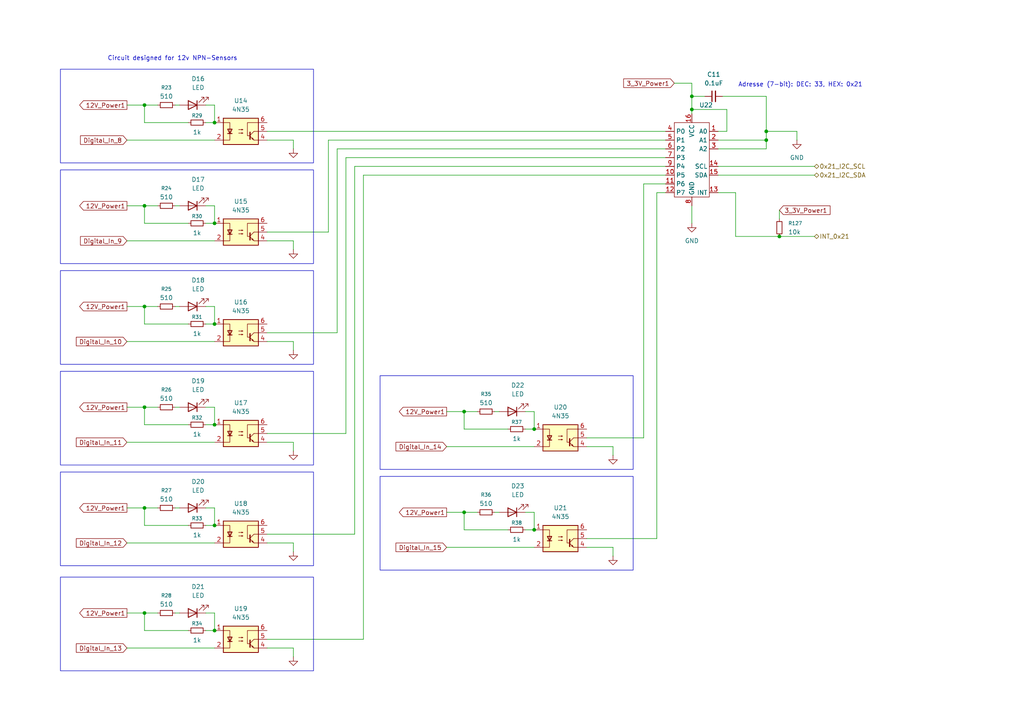
<source format=kicad_sch>
(kicad_sch
	(version 20250114)
	(generator "eeschema")
	(generator_version "9.0")
	(uuid "860a34f5-e337-4a55-94d6-60436065fb5a")
	(paper "A4")
	(lib_symbols
		(symbol "Device:C_Small"
			(pin_numbers
				(hide yes)
			)
			(pin_names
				(offset 0.254)
				(hide yes)
			)
			(exclude_from_sim no)
			(in_bom yes)
			(on_board yes)
			(property "Reference" "C"
				(at 0.254 1.778 0)
				(effects
					(font
						(size 1.27 1.27)
					)
					(justify left)
				)
			)
			(property "Value" "C_Small"
				(at 0.254 -2.032 0)
				(effects
					(font
						(size 1.27 1.27)
					)
					(justify left)
				)
			)
			(property "Footprint" ""
				(at 0 0 0)
				(effects
					(font
						(size 1.27 1.27)
					)
					(hide yes)
				)
			)
			(property "Datasheet" "~"
				(at 0 0 0)
				(effects
					(font
						(size 1.27 1.27)
					)
					(hide yes)
				)
			)
			(property "Description" "Unpolarized capacitor, small symbol"
				(at 0 0 0)
				(effects
					(font
						(size 1.27 1.27)
					)
					(hide yes)
				)
			)
			(property "ki_keywords" "capacitor cap"
				(at 0 0 0)
				(effects
					(font
						(size 1.27 1.27)
					)
					(hide yes)
				)
			)
			(property "ki_fp_filters" "C_*"
				(at 0 0 0)
				(effects
					(font
						(size 1.27 1.27)
					)
					(hide yes)
				)
			)
			(symbol "C_Small_0_1"
				(polyline
					(pts
						(xy -1.524 0.508) (xy 1.524 0.508)
					)
					(stroke
						(width 0.3048)
						(type default)
					)
					(fill
						(type none)
					)
				)
				(polyline
					(pts
						(xy -1.524 -0.508) (xy 1.524 -0.508)
					)
					(stroke
						(width 0.3302)
						(type default)
					)
					(fill
						(type none)
					)
				)
			)
			(symbol "C_Small_1_1"
				(pin passive line
					(at 0 2.54 270)
					(length 2.032)
					(name "~"
						(effects
							(font
								(size 1.27 1.27)
							)
						)
					)
					(number "1"
						(effects
							(font
								(size 1.27 1.27)
							)
						)
					)
				)
				(pin passive line
					(at 0 -2.54 90)
					(length 2.032)
					(name "~"
						(effects
							(font
								(size 1.27 1.27)
							)
						)
					)
					(number "2"
						(effects
							(font
								(size 1.27 1.27)
							)
						)
					)
				)
			)
			(embedded_fonts no)
		)
		(symbol "Device:LED"
			(pin_numbers
				(hide yes)
			)
			(pin_names
				(offset 1.016)
				(hide yes)
			)
			(exclude_from_sim no)
			(in_bom yes)
			(on_board yes)
			(property "Reference" "D"
				(at 0 2.54 0)
				(effects
					(font
						(size 1.27 1.27)
					)
				)
			)
			(property "Value" "LED"
				(at 0 -2.54 0)
				(effects
					(font
						(size 1.27 1.27)
					)
				)
			)
			(property "Footprint" ""
				(at 0 0 0)
				(effects
					(font
						(size 1.27 1.27)
					)
					(hide yes)
				)
			)
			(property "Datasheet" "~"
				(at 0 0 0)
				(effects
					(font
						(size 1.27 1.27)
					)
					(hide yes)
				)
			)
			(property "Description" "Light emitting diode"
				(at 0 0 0)
				(effects
					(font
						(size 1.27 1.27)
					)
					(hide yes)
				)
			)
			(property "Sim.Pins" "1=K 2=A"
				(at 0 0 0)
				(effects
					(font
						(size 1.27 1.27)
					)
					(hide yes)
				)
			)
			(property "ki_keywords" "LED diode"
				(at 0 0 0)
				(effects
					(font
						(size 1.27 1.27)
					)
					(hide yes)
				)
			)
			(property "ki_fp_filters" "LED* LED_SMD:* LED_THT:*"
				(at 0 0 0)
				(effects
					(font
						(size 1.27 1.27)
					)
					(hide yes)
				)
			)
			(symbol "LED_0_1"
				(polyline
					(pts
						(xy -3.048 -0.762) (xy -4.572 -2.286) (xy -3.81 -2.286) (xy -4.572 -2.286) (xy -4.572 -1.524)
					)
					(stroke
						(width 0)
						(type default)
					)
					(fill
						(type none)
					)
				)
				(polyline
					(pts
						(xy -1.778 -0.762) (xy -3.302 -2.286) (xy -2.54 -2.286) (xy -3.302 -2.286) (xy -3.302 -1.524)
					)
					(stroke
						(width 0)
						(type default)
					)
					(fill
						(type none)
					)
				)
				(polyline
					(pts
						(xy -1.27 0) (xy 1.27 0)
					)
					(stroke
						(width 0)
						(type default)
					)
					(fill
						(type none)
					)
				)
				(polyline
					(pts
						(xy -1.27 -1.27) (xy -1.27 1.27)
					)
					(stroke
						(width 0.254)
						(type default)
					)
					(fill
						(type none)
					)
				)
				(polyline
					(pts
						(xy 1.27 -1.27) (xy 1.27 1.27) (xy -1.27 0) (xy 1.27 -1.27)
					)
					(stroke
						(width 0.254)
						(type default)
					)
					(fill
						(type none)
					)
				)
			)
			(symbol "LED_1_1"
				(pin passive line
					(at -3.81 0 0)
					(length 2.54)
					(name "K"
						(effects
							(font
								(size 1.27 1.27)
							)
						)
					)
					(number "1"
						(effects
							(font
								(size 1.27 1.27)
							)
						)
					)
				)
				(pin passive line
					(at 3.81 0 180)
					(length 2.54)
					(name "A"
						(effects
							(font
								(size 1.27 1.27)
							)
						)
					)
					(number "2"
						(effects
							(font
								(size 1.27 1.27)
							)
						)
					)
				)
			)
			(embedded_fonts no)
		)
		(symbol "Device:R_Small"
			(pin_numbers
				(hide yes)
			)
			(pin_names
				(offset 0.254)
				(hide yes)
			)
			(exclude_from_sim no)
			(in_bom yes)
			(on_board yes)
			(property "Reference" "R"
				(at 0 0 90)
				(effects
					(font
						(size 1.016 1.016)
					)
				)
			)
			(property "Value" "R_Small"
				(at 1.778 0 90)
				(effects
					(font
						(size 1.27 1.27)
					)
				)
			)
			(property "Footprint" ""
				(at 0 0 0)
				(effects
					(font
						(size 1.27 1.27)
					)
					(hide yes)
				)
			)
			(property "Datasheet" "~"
				(at 0 0 0)
				(effects
					(font
						(size 1.27 1.27)
					)
					(hide yes)
				)
			)
			(property "Description" "Resistor, small symbol"
				(at 0 0 0)
				(effects
					(font
						(size 1.27 1.27)
					)
					(hide yes)
				)
			)
			(property "ki_keywords" "R resistor"
				(at 0 0 0)
				(effects
					(font
						(size 1.27 1.27)
					)
					(hide yes)
				)
			)
			(property "ki_fp_filters" "R_*"
				(at 0 0 0)
				(effects
					(font
						(size 1.27 1.27)
					)
					(hide yes)
				)
			)
			(symbol "R_Small_0_1"
				(rectangle
					(start -0.762 1.778)
					(end 0.762 -1.778)
					(stroke
						(width 0.2032)
						(type default)
					)
					(fill
						(type none)
					)
				)
			)
			(symbol "R_Small_1_1"
				(pin passive line
					(at 0 2.54 270)
					(length 0.762)
					(name "~"
						(effects
							(font
								(size 1.27 1.27)
							)
						)
					)
					(number "1"
						(effects
							(font
								(size 1.27 1.27)
							)
						)
					)
				)
				(pin passive line
					(at 0 -2.54 90)
					(length 0.762)
					(name "~"
						(effects
							(font
								(size 1.27 1.27)
							)
						)
					)
					(number "2"
						(effects
							(font
								(size 1.27 1.27)
							)
						)
					)
				)
			)
			(embedded_fonts no)
		)
		(symbol "Isolator:4N35"
			(pin_names
				(offset 1.016)
			)
			(exclude_from_sim no)
			(in_bom yes)
			(on_board yes)
			(property "Reference" "U"
				(at -5.08 5.08 0)
				(effects
					(font
						(size 1.27 1.27)
					)
					(justify left)
				)
			)
			(property "Value" "4N35"
				(at 0 5.08 0)
				(effects
					(font
						(size 1.27 1.27)
					)
					(justify left)
				)
			)
			(property "Footprint" "Package_DIP:DIP-6_W7.62mm"
				(at -5.08 -5.08 0)
				(effects
					(font
						(size 1.27 1.27)
						(italic yes)
					)
					(justify left)
					(hide yes)
				)
			)
			(property "Datasheet" "https://www.vishay.com/docs/81181/4n35.pdf"
				(at 0 0 0)
				(effects
					(font
						(size 1.27 1.27)
					)
					(justify left)
					(hide yes)
				)
			)
			(property "Description" "Optocoupler, Phototransistor Output, with Base Connection, Vce 70V, CTR 100%, Viso 5000V, DIP6"
				(at 0 0 0)
				(effects
					(font
						(size 1.27 1.27)
					)
					(hide yes)
				)
			)
			(property "ki_keywords" "NPN DC Optocoupler Base Connected"
				(at 0 0 0)
				(effects
					(font
						(size 1.27 1.27)
					)
					(hide yes)
				)
			)
			(property "ki_fp_filters" "DIP*W7.62mm*"
				(at 0 0 0)
				(effects
					(font
						(size 1.27 1.27)
					)
					(hide yes)
				)
			)
			(symbol "4N35_0_1"
				(rectangle
					(start -5.08 3.81)
					(end 5.08 -3.81)
					(stroke
						(width 0.254)
						(type default)
					)
					(fill
						(type background)
					)
				)
				(polyline
					(pts
						(xy -5.08 -2.54) (xy -3.175 -2.54) (xy -3.175 2.54) (xy -5.08 2.54)
					)
					(stroke
						(width 0)
						(type default)
					)
					(fill
						(type none)
					)
				)
				(polyline
					(pts
						(xy -3.81 -0.635) (xy -2.54 -0.635)
					)
					(stroke
						(width 0.254)
						(type default)
					)
					(fill
						(type none)
					)
				)
				(polyline
					(pts
						(xy -3.175 -0.635) (xy -3.81 0.635) (xy -2.54 0.635) (xy -3.175 -0.635)
					)
					(stroke
						(width 0.254)
						(type default)
					)
					(fill
						(type none)
					)
				)
				(polyline
					(pts
						(xy -0.635 0.508) (xy 0.635 0.508) (xy 0.254 0.381) (xy 0.254 0.635) (xy 0.635 0.508)
					)
					(stroke
						(width 0)
						(type default)
					)
					(fill
						(type none)
					)
				)
				(polyline
					(pts
						(xy -0.635 -0.508) (xy 0.635 -0.508) (xy 0.254 -0.635) (xy 0.254 -0.381) (xy 0.635 -0.508)
					)
					(stroke
						(width 0)
						(type default)
					)
					(fill
						(type none)
					)
				)
				(polyline
					(pts
						(xy 2.667 -0.254) (xy 2.667 -2.286)
					)
					(stroke
						(width 0.3556)
						(type default)
					)
					(fill
						(type none)
					)
				)
				(polyline
					(pts
						(xy 2.667 -1.143) (xy 3.81 0)
					)
					(stroke
						(width 0)
						(type default)
					)
					(fill
						(type none)
					)
				)
				(polyline
					(pts
						(xy 2.667 -1.397) (xy 3.81 -2.54)
					)
					(stroke
						(width 0)
						(type default)
					)
					(fill
						(type none)
					)
				)
				(polyline
					(pts
						(xy 3.683 -2.413) (xy 3.429 -1.905) (xy 3.175 -2.159) (xy 3.683 -2.413)
					)
					(stroke
						(width 0)
						(type default)
					)
					(fill
						(type none)
					)
				)
				(polyline
					(pts
						(xy 3.81 0) (xy 5.08 0)
					)
					(stroke
						(width 0)
						(type default)
					)
					(fill
						(type none)
					)
				)
				(polyline
					(pts
						(xy 3.81 -2.54) (xy 5.08 -2.54)
					)
					(stroke
						(width 0)
						(type default)
					)
					(fill
						(type none)
					)
				)
				(polyline
					(pts
						(xy 5.08 2.54) (xy 1.905 2.54) (xy 1.905 -1.27) (xy 2.54 -1.27)
					)
					(stroke
						(width 0)
						(type default)
					)
					(fill
						(type none)
					)
				)
			)
			(symbol "4N35_1_1"
				(pin passive line
					(at -7.62 2.54 0)
					(length 2.54)
					(name "~"
						(effects
							(font
								(size 1.27 1.27)
							)
						)
					)
					(number "1"
						(effects
							(font
								(size 1.27 1.27)
							)
						)
					)
				)
				(pin passive line
					(at -7.62 -2.54 0)
					(length 2.54)
					(name "~"
						(effects
							(font
								(size 1.27 1.27)
							)
						)
					)
					(number "2"
						(effects
							(font
								(size 1.27 1.27)
							)
						)
					)
				)
				(pin no_connect line
					(at -5.08 0 0)
					(length 2.54)
					(hide yes)
					(name "NC"
						(effects
							(font
								(size 1.27 1.27)
							)
						)
					)
					(number "3"
						(effects
							(font
								(size 1.27 1.27)
							)
						)
					)
				)
				(pin passive line
					(at 7.62 2.54 180)
					(length 2.54)
					(name "~"
						(effects
							(font
								(size 1.27 1.27)
							)
						)
					)
					(number "6"
						(effects
							(font
								(size 1.27 1.27)
							)
						)
					)
				)
				(pin passive line
					(at 7.62 0 180)
					(length 2.54)
					(name "~"
						(effects
							(font
								(size 1.27 1.27)
							)
						)
					)
					(number "5"
						(effects
							(font
								(size 1.27 1.27)
							)
						)
					)
				)
				(pin passive line
					(at 7.62 -2.54 180)
					(length 2.54)
					(name "~"
						(effects
							(font
								(size 1.27 1.27)
							)
						)
					)
					(number "4"
						(effects
							(font
								(size 1.27 1.27)
							)
						)
					)
				)
			)
			(embedded_fonts no)
		)
		(symbol "own_symbols:PCF8574N"
			(exclude_from_sim no)
			(in_bom yes)
			(on_board yes)
			(property "Reference" "U"
				(at 0 0 0)
				(effects
					(font
						(size 1.27 1.27)
					)
				)
			)
			(property "Value" ""
				(at 0 0 0)
				(effects
					(font
						(size 1.27 1.27)
					)
				)
			)
			(property "Footprint" "Package_DIP:DIP-16_W7.62mm"
				(at 17.526 15.748 0)
				(effects
					(font
						(size 1.27 1.27)
					)
					(hide yes)
				)
			)
			(property "Datasheet" "https://www.ti.com/lit/ds/symlink/pcf8574.pdf?ts=1728822589974&ref_url=https%253A%252F%252Fwww.ti.com%252Fproduct%252FPCF8574%253Futm_source%253Dgoogle%2526utm_medium%253Dcpc%2526utm_campaign%253Dti-null-null-xref-cpc-pf-google-wwe%2526utm_content%253Dxref%2526ds_k%253D%257B_dssearchterm%257D%2526DCM%253Dyes%2526gad_source%253D1%2526gclid%253DEAIaIQobChMI6f2G9a2LiQMVKp2DBx3rOwzlEAAYASAAEgIEUPD_BwE%2526gclsrc%253Daw.ds"
				(at -0.254 20.32 0)
				(effects
					(font
						(size 1.27 1.27)
					)
					(hide yes)
				)
			)
			(property "Description" "8 Port IO expander I2C-Interface"
				(at 3.302 18.288 0)
				(effects
					(font
						(size 1.27 1.27)
					)
					(hide yes)
				)
			)
			(symbol "PCF8574N_0_1"
				(rectangle
					(start 5.08 10.16)
					(end -5.08 -11.43)
					(stroke
						(width 0)
						(type default)
					)
					(fill
						(type none)
					)
				)
			)
			(symbol "PCF8574N_1_1"
				(pin bidirectional line
					(at -7.62 7.62 0)
					(length 2.54)
					(name "P0"
						(effects
							(font
								(size 1.27 1.27)
							)
						)
					)
					(number "4"
						(effects
							(font
								(size 1.27 1.27)
							)
						)
					)
				)
				(pin bidirectional line
					(at -7.62 5.08 0)
					(length 2.54)
					(name "P1"
						(effects
							(font
								(size 1.27 1.27)
							)
						)
					)
					(number "5"
						(effects
							(font
								(size 1.27 1.27)
							)
						)
					)
				)
				(pin bidirectional line
					(at -7.62 2.54 0)
					(length 2.54)
					(name "P2"
						(effects
							(font
								(size 1.27 1.27)
							)
						)
					)
					(number "6"
						(effects
							(font
								(size 1.27 1.27)
							)
						)
					)
				)
				(pin bidirectional line
					(at -7.62 0 0)
					(length 2.54)
					(name "P3"
						(effects
							(font
								(size 1.27 1.27)
							)
						)
					)
					(number "7"
						(effects
							(font
								(size 1.27 1.27)
							)
						)
					)
				)
				(pin bidirectional line
					(at -7.62 -2.54 0)
					(length 2.54)
					(name "P4"
						(effects
							(font
								(size 1.27 1.27)
							)
						)
					)
					(number "9"
						(effects
							(font
								(size 1.27 1.27)
							)
						)
					)
				)
				(pin bidirectional line
					(at -7.62 -5.08 0)
					(length 2.54)
					(name "P5"
						(effects
							(font
								(size 1.27 1.27)
							)
						)
					)
					(number "10"
						(effects
							(font
								(size 1.27 1.27)
							)
						)
					)
				)
				(pin bidirectional line
					(at -7.62 -7.62 0)
					(length 2.54)
					(name "P6"
						(effects
							(font
								(size 1.27 1.27)
							)
						)
					)
					(number "11"
						(effects
							(font
								(size 1.27 1.27)
							)
						)
					)
				)
				(pin bidirectional line
					(at -7.62 -10.16 0)
					(length 2.54)
					(name "P7"
						(effects
							(font
								(size 1.27 1.27)
							)
						)
					)
					(number "12"
						(effects
							(font
								(size 1.27 1.27)
							)
						)
					)
				)
				(pin input line
					(at 0 12.7 270)
					(length 2.54)
					(name "VCC"
						(effects
							(font
								(size 1.27 1.27)
							)
						)
					)
					(number "16"
						(effects
							(font
								(size 1.27 1.27)
							)
						)
					)
				)
				(pin output line
					(at 0 -13.97 90)
					(length 2.54)
					(name "GND"
						(effects
							(font
								(size 1.27 1.27)
							)
						)
					)
					(number "8"
						(effects
							(font
								(size 1.27 1.27)
							)
						)
					)
				)
				(pin input line
					(at 7.62 7.62 180)
					(length 2.54)
					(name "A0"
						(effects
							(font
								(size 1.27 1.27)
							)
						)
					)
					(number "1"
						(effects
							(font
								(size 1.27 1.27)
							)
						)
					)
				)
				(pin input line
					(at 7.62 5.08 180)
					(length 2.54)
					(name "A1"
						(effects
							(font
								(size 1.27 1.27)
							)
						)
					)
					(number "2"
						(effects
							(font
								(size 1.27 1.27)
							)
						)
					)
				)
				(pin input line
					(at 7.62 2.54 180)
					(length 2.54)
					(name "A2"
						(effects
							(font
								(size 1.27 1.27)
							)
						)
					)
					(number "3"
						(effects
							(font
								(size 1.27 1.27)
							)
						)
					)
				)
				(pin bidirectional line
					(at 7.62 -2.54 180)
					(length 2.54)
					(name "SCL"
						(effects
							(font
								(size 1.27 1.27)
							)
						)
					)
					(number "14"
						(effects
							(font
								(size 1.27 1.27)
							)
						)
					)
				)
				(pin bidirectional line
					(at 7.62 -5.08 180)
					(length 2.54)
					(name "SDA"
						(effects
							(font
								(size 1.27 1.27)
							)
						)
					)
					(number "15"
						(effects
							(font
								(size 1.27 1.27)
							)
						)
					)
				)
				(pin input line
					(at 7.62 -10.16 180)
					(length 2.54)
					(name "INT"
						(effects
							(font
								(size 1.27 1.27)
							)
						)
					)
					(number "13"
						(effects
							(font
								(size 1.27 1.27)
							)
						)
					)
				)
			)
			(embedded_fonts no)
		)
		(symbol "power:GND"
			(power)
			(pin_numbers
				(hide yes)
			)
			(pin_names
				(offset 0)
				(hide yes)
			)
			(exclude_from_sim no)
			(in_bom yes)
			(on_board yes)
			(property "Reference" "#PWR"
				(at 0 -6.35 0)
				(effects
					(font
						(size 1.27 1.27)
					)
					(hide yes)
				)
			)
			(property "Value" "GND"
				(at 0 -3.81 0)
				(effects
					(font
						(size 1.27 1.27)
					)
				)
			)
			(property "Footprint" ""
				(at 0 0 0)
				(effects
					(font
						(size 1.27 1.27)
					)
					(hide yes)
				)
			)
			(property "Datasheet" ""
				(at 0 0 0)
				(effects
					(font
						(size 1.27 1.27)
					)
					(hide yes)
				)
			)
			(property "Description" "Power symbol creates a global label with name \"GND\" , ground"
				(at 0 0 0)
				(effects
					(font
						(size 1.27 1.27)
					)
					(hide yes)
				)
			)
			(property "ki_keywords" "global power"
				(at 0 0 0)
				(effects
					(font
						(size 1.27 1.27)
					)
					(hide yes)
				)
			)
			(symbol "GND_0_1"
				(polyline
					(pts
						(xy 0 0) (xy 0 -1.27) (xy 1.27 -1.27) (xy 0 -2.54) (xy -1.27 -1.27) (xy 0 -1.27)
					)
					(stroke
						(width 0)
						(type default)
					)
					(fill
						(type none)
					)
				)
			)
			(symbol "GND_1_1"
				(pin power_in line
					(at 0 0 270)
					(length 0)
					(name "~"
						(effects
							(font
								(size 1.27 1.27)
							)
						)
					)
					(number "1"
						(effects
							(font
								(size 1.27 1.27)
							)
						)
					)
				)
			)
			(embedded_fonts no)
		)
	)
	(rectangle
		(start 17.526 136.906)
		(end 90.932 164.084)
		(stroke
			(width 0)
			(type default)
		)
		(fill
			(type none)
		)
		(uuid 1a136456-cc17-4f97-a9f6-9a91fc2ce101)
	)
	(rectangle
		(start 17.526 107.696)
		(end 90.932 134.874)
		(stroke
			(width 0)
			(type default)
		)
		(fill
			(type none)
		)
		(uuid 28c37fc2-9594-4842-9e5a-5f91c0b0bcfc)
	)
	(rectangle
		(start 17.526 167.386)
		(end 90.932 194.564)
		(stroke
			(width 0)
			(type default)
		)
		(fill
			(type none)
		)
		(uuid 2ffe61a2-5ba7-4ed0-a1bb-d48710fb0d47)
	)
	(rectangle
		(start 17.526 49.276)
		(end 90.932 76.454)
		(stroke
			(width 0)
			(type default)
		)
		(fill
			(type none)
		)
		(uuid 3aeb19c6-4fc1-40a7-9164-1bdfee6b010c)
	)
	(rectangle
		(start 17.526 78.486)
		(end 90.932 105.664)
		(stroke
			(width 0)
			(type default)
		)
		(fill
			(type none)
		)
		(uuid 463b5ddc-36d3-44be-9a73-5685c556a1a4)
	)
	(rectangle
		(start 110.236 108.966)
		(end 183.642 136.144)
		(stroke
			(width 0)
			(type default)
		)
		(fill
			(type none)
		)
		(uuid 55934976-5ee8-479d-bde3-64a3ab039c6c)
	)
	(rectangle
		(start 110.236 138.176)
		(end 183.642 165.354)
		(stroke
			(width 0)
			(type default)
		)
		(fill
			(type none)
		)
		(uuid c5a01714-e93e-4b6f-b195-65c3628453bf)
	)
	(rectangle
		(start 17.526 20.066)
		(end 90.932 47.244)
		(stroke
			(width 0)
			(type default)
		)
		(fill
			(type none)
		)
		(uuid cd987b0e-0be5-42a2-b18f-42bdc2e18e49)
	)
	(text "Adresse (7-bit): DEC: 33, HEX: 0x21"
		(exclude_from_sim no)
		(at 232.156 24.638 0)
		(effects
			(font
				(size 1.27 1.27)
			)
		)
		(uuid "881d93d5-b892-498c-ad0b-9afaaa0be49b")
	)
	(text "Circuit designed for 12v NPN-Sensors"
		(exclude_from_sim no)
		(at 50.038 17.018 0)
		(effects
			(font
				(size 1.27 1.27)
			)
		)
		(uuid "bad29fb5-c724-49d0-80dc-29125b16508b")
	)
	(junction
		(at 62.23 123.19)
		(diameter 0)
		(color 0 0 0 0)
		(uuid "16d6d758-b0ad-4c36-9019-377c170cec25")
	)
	(junction
		(at 134.62 148.59)
		(diameter 0)
		(color 0 0 0 0)
		(uuid "1f34e289-9e69-4f5a-81f5-ff3c5c1c16c5")
	)
	(junction
		(at 226.06 68.58)
		(diameter 0)
		(color 0 0 0 0)
		(uuid "2015a819-5dfa-4d6b-9d76-4fb05cf87498")
	)
	(junction
		(at 41.91 59.69)
		(diameter 0)
		(color 0 0 0 0)
		(uuid "20f20d2b-5063-4c71-8dff-88d665c99817")
	)
	(junction
		(at 41.91 30.48)
		(diameter 0)
		(color 0 0 0 0)
		(uuid "40ed315f-d08a-47d3-86da-c362e62f023c")
	)
	(junction
		(at 62.23 64.77)
		(diameter 0)
		(color 0 0 0 0)
		(uuid "46bd382c-2dcf-4e1e-b463-f777ca2cc88a")
	)
	(junction
		(at 41.91 177.8)
		(diameter 0)
		(color 0 0 0 0)
		(uuid "474d0dff-26b8-409c-9f5d-94839096c31f")
	)
	(junction
		(at 41.91 88.9)
		(diameter 0)
		(color 0 0 0 0)
		(uuid "86fd2fc9-91d8-402d-a316-68b7102cb0f6")
	)
	(junction
		(at 222.25 40.64)
		(diameter 0)
		(color 0 0 0 0)
		(uuid "94492477-96a3-43c2-95ca-eda9c4f58a3d")
	)
	(junction
		(at 41.91 118.11)
		(diameter 0)
		(color 0 0 0 0)
		(uuid "98186bec-8485-402a-8119-5dc193a4ff50")
	)
	(junction
		(at 41.91 147.32)
		(diameter 0)
		(color 0 0 0 0)
		(uuid "b646248c-8707-423f-9415-5480c32a5a5d")
	)
	(junction
		(at 154.94 124.46)
		(diameter 0)
		(color 0 0 0 0)
		(uuid "b91303cf-e9c8-4d81-b954-82f9e886763e")
	)
	(junction
		(at 222.25 38.1)
		(diameter 0)
		(color 0 0 0 0)
		(uuid "d4747d0e-afbd-445d-84a2-8da984edd7f9")
	)
	(junction
		(at 62.23 35.56)
		(diameter 0)
		(color 0 0 0 0)
		(uuid "d8efdee9-e702-4681-b698-2b54f9025369")
	)
	(junction
		(at 200.66 27.94)
		(diameter 0)
		(color 0 0 0 0)
		(uuid "dd382de3-44b5-4cf7-afa5-8cf0eccbe2d3")
	)
	(junction
		(at 200.66 31.75)
		(diameter 0)
		(color 0 0 0 0)
		(uuid "e1240517-e3c0-4404-b583-42d74d5b5376")
	)
	(junction
		(at 134.62 119.38)
		(diameter 0)
		(color 0 0 0 0)
		(uuid "e774e5a6-cc39-4223-b82b-c80a452a7db4")
	)
	(junction
		(at 154.94 153.67)
		(diameter 0)
		(color 0 0 0 0)
		(uuid "ef02070b-13d0-4a59-ae17-3f9c4035d6b0")
	)
	(junction
		(at 62.23 182.88)
		(diameter 0)
		(color 0 0 0 0)
		(uuid "f6f58a19-6138-4e4a-8672-dc042c68336b")
	)
	(junction
		(at 62.23 152.4)
		(diameter 0)
		(color 0 0 0 0)
		(uuid "f94ad85b-f6ff-45f5-89ce-ad17c290bdff")
	)
	(junction
		(at 62.23 93.98)
		(diameter 0)
		(color 0 0 0 0)
		(uuid "fa6d3d28-3700-4096-98c9-752198f3077c")
	)
	(wire
		(pts
			(xy 41.91 93.98) (xy 54.61 93.98)
		)
		(stroke
			(width 0)
			(type default)
		)
		(uuid "00a0b80d-7809-4f77-ac72-660f41ff34a9")
	)
	(wire
		(pts
			(xy 222.25 38.1) (xy 231.14 38.1)
		)
		(stroke
			(width 0)
			(type default)
		)
		(uuid "02fbb3c7-f072-4936-a284-6de0417c3405")
	)
	(wire
		(pts
			(xy 208.28 38.1) (xy 210.82 38.1)
		)
		(stroke
			(width 0)
			(type default)
		)
		(uuid "030aa926-4a1c-4430-813e-2a3d89eb6bcc")
	)
	(wire
		(pts
			(xy 41.91 59.69) (xy 45.72 59.69)
		)
		(stroke
			(width 0)
			(type default)
		)
		(uuid "03e62ad2-dc45-4dbe-a385-34dd4b88853b")
	)
	(wire
		(pts
			(xy 59.69 118.11) (xy 62.23 118.11)
		)
		(stroke
			(width 0)
			(type default)
		)
		(uuid "0689851e-2237-413a-af88-d22fab6f3fec")
	)
	(wire
		(pts
			(xy 41.91 147.32) (xy 45.72 147.32)
		)
		(stroke
			(width 0)
			(type default)
		)
		(uuid "0c28177f-e16d-4b57-87a7-8b2b97addce8")
	)
	(wire
		(pts
			(xy 209.55 27.94) (xy 222.25 27.94)
		)
		(stroke
			(width 0)
			(type default)
		)
		(uuid "0c356462-d53c-4f1c-8c74-3b98b7944f45")
	)
	(wire
		(pts
			(xy 36.83 69.85) (xy 62.23 69.85)
		)
		(stroke
			(width 0)
			(type default)
		)
		(uuid "0dd2d4a5-6a12-4f17-979a-d8fd067a0a23")
	)
	(wire
		(pts
			(xy 59.69 59.69) (xy 62.23 59.69)
		)
		(stroke
			(width 0)
			(type default)
		)
		(uuid "1316d6d3-b1c4-4ead-9241-65561ca90c2c")
	)
	(wire
		(pts
			(xy 36.83 177.8) (xy 41.91 177.8)
		)
		(stroke
			(width 0)
			(type default)
		)
		(uuid "187be07d-0652-427d-b11b-ee99b63de8d5")
	)
	(wire
		(pts
			(xy 200.66 27.94) (xy 204.47 27.94)
		)
		(stroke
			(width 0)
			(type default)
		)
		(uuid "18fdd9e7-d855-4270-88b7-1ca13bc85fa2")
	)
	(wire
		(pts
			(xy 41.91 123.19) (xy 54.61 123.19)
		)
		(stroke
			(width 0)
			(type default)
		)
		(uuid "19eea297-910c-4e93-81c7-ae26ddc1ec04")
	)
	(wire
		(pts
			(xy 41.91 118.11) (xy 45.72 118.11)
		)
		(stroke
			(width 0)
			(type default)
		)
		(uuid "1ac569fd-b4a2-49b5-b25b-56a0c7da5bf8")
	)
	(wire
		(pts
			(xy 41.91 88.9) (xy 41.91 93.98)
		)
		(stroke
			(width 0)
			(type default)
		)
		(uuid "1d144036-e276-406a-8eff-8d7b14bf3d95")
	)
	(wire
		(pts
			(xy 85.09 99.06) (xy 85.09 101.6)
		)
		(stroke
			(width 0)
			(type default)
		)
		(uuid "20edd004-4cdb-45ba-8708-9319ee7bd229")
	)
	(wire
		(pts
			(xy 190.5 156.21) (xy 170.18 156.21)
		)
		(stroke
			(width 0)
			(type default)
		)
		(uuid "215cd69b-7834-4771-86df-971004aa7ae1")
	)
	(wire
		(pts
			(xy 50.8 177.8) (xy 52.07 177.8)
		)
		(stroke
			(width 0)
			(type default)
		)
		(uuid "22698b70-5bcd-4e37-a9d9-05eb73540f12")
	)
	(wire
		(pts
			(xy 59.69 88.9) (xy 62.23 88.9)
		)
		(stroke
			(width 0)
			(type default)
		)
		(uuid "24668a29-c485-48f9-b952-2e27174a08fe")
	)
	(wire
		(pts
			(xy 193.04 50.8) (xy 105.41 50.8)
		)
		(stroke
			(width 0)
			(type default)
		)
		(uuid "2515e88d-7bfc-4cdb-b861-f1ea64e7c0fb")
	)
	(wire
		(pts
			(xy 77.47 187.96) (xy 85.09 187.96)
		)
		(stroke
			(width 0)
			(type default)
		)
		(uuid "252c861e-ed2c-4abc-b6d7-b5465d824da6")
	)
	(wire
		(pts
			(xy 186.69 53.34) (xy 186.69 127)
		)
		(stroke
			(width 0)
			(type default)
		)
		(uuid "2658701e-ccde-433b-ad5c-d2957a480f18")
	)
	(wire
		(pts
			(xy 170.18 158.75) (xy 177.8 158.75)
		)
		(stroke
			(width 0)
			(type default)
		)
		(uuid "273865a5-7df3-4b81-8dce-71b239aeca76")
	)
	(wire
		(pts
			(xy 143.51 148.59) (xy 144.78 148.59)
		)
		(stroke
			(width 0)
			(type default)
		)
		(uuid "27e4578a-991c-48e1-8f4b-1f14729f55fc")
	)
	(wire
		(pts
			(xy 134.62 148.59) (xy 134.62 153.67)
		)
		(stroke
			(width 0)
			(type default)
		)
		(uuid "2aaecbfe-49b4-4bcc-921e-c6c8c9530f2f")
	)
	(wire
		(pts
			(xy 85.09 69.85) (xy 85.09 72.39)
		)
		(stroke
			(width 0)
			(type default)
		)
		(uuid "2adef0bb-8c5a-47b0-a310-00b4158ee291")
	)
	(wire
		(pts
			(xy 41.91 118.11) (xy 41.91 123.19)
		)
		(stroke
			(width 0)
			(type default)
		)
		(uuid "2dc99f2d-ab7e-4b5f-ac05-8add48bac631")
	)
	(wire
		(pts
			(xy 177.8 158.75) (xy 177.8 161.29)
		)
		(stroke
			(width 0)
			(type default)
		)
		(uuid "30c92af3-201e-46e3-9764-89c330d486fa")
	)
	(wire
		(pts
			(xy 210.82 38.1) (xy 210.82 31.75)
		)
		(stroke
			(width 0)
			(type default)
		)
		(uuid "32ce0427-9942-4eea-86d9-af9721da2b56")
	)
	(wire
		(pts
			(xy 210.82 31.75) (xy 200.66 31.75)
		)
		(stroke
			(width 0)
			(type default)
		)
		(uuid "343908ab-70f4-463a-bbe7-ab1a43584cef")
	)
	(wire
		(pts
			(xy 134.62 124.46) (xy 147.32 124.46)
		)
		(stroke
			(width 0)
			(type default)
		)
		(uuid "376a6653-f3a9-4888-88a8-c8bca6a91b30")
	)
	(wire
		(pts
			(xy 59.69 123.19) (xy 62.23 123.19)
		)
		(stroke
			(width 0)
			(type default)
		)
		(uuid "378ea475-4eeb-4466-99e8-8b49d80b7ef6")
	)
	(wire
		(pts
			(xy 190.5 55.88) (xy 190.5 156.21)
		)
		(stroke
			(width 0)
			(type default)
		)
		(uuid "383e6fa5-7e72-4524-ba4c-8d5be8e5b986")
	)
	(wire
		(pts
			(xy 50.8 118.11) (xy 52.07 118.11)
		)
		(stroke
			(width 0)
			(type default)
		)
		(uuid "389f333a-6317-432f-8ea4-d93d1073608f")
	)
	(wire
		(pts
			(xy 177.8 129.54) (xy 177.8 132.08)
		)
		(stroke
			(width 0)
			(type default)
		)
		(uuid "3e568b16-6f9c-4473-a189-75d43efdc611")
	)
	(wire
		(pts
			(xy 105.41 50.8) (xy 105.41 185.42)
		)
		(stroke
			(width 0)
			(type default)
		)
		(uuid "45b34007-4005-4acb-ab2e-46207d23e53e")
	)
	(wire
		(pts
			(xy 59.69 35.56) (xy 62.23 35.56)
		)
		(stroke
			(width 0)
			(type default)
		)
		(uuid "45bcf928-8693-4762-ad11-c611b076816f")
	)
	(wire
		(pts
			(xy 95.25 40.64) (xy 193.04 40.64)
		)
		(stroke
			(width 0)
			(type default)
		)
		(uuid "45f373ff-7c74-4b8c-86a0-79e4d826ed9a")
	)
	(wire
		(pts
			(xy 41.91 64.77) (xy 54.61 64.77)
		)
		(stroke
			(width 0)
			(type default)
		)
		(uuid "4bfa890b-0f6b-4edc-aafa-e9d7cc85e41c")
	)
	(wire
		(pts
			(xy 62.23 30.48) (xy 62.23 35.56)
		)
		(stroke
			(width 0)
			(type default)
		)
		(uuid "4c0fea37-df38-4089-a9cb-ea2d76ab479e")
	)
	(wire
		(pts
			(xy 62.23 88.9) (xy 62.23 93.98)
		)
		(stroke
			(width 0)
			(type default)
		)
		(uuid "4e8bfecf-8f1c-4f7d-86c1-37c455385d07")
	)
	(wire
		(pts
			(xy 129.54 119.38) (xy 134.62 119.38)
		)
		(stroke
			(width 0)
			(type default)
		)
		(uuid "5768f7a4-a602-41ca-b102-01203db1eca4")
	)
	(wire
		(pts
			(xy 77.47 157.48) (xy 85.09 157.48)
		)
		(stroke
			(width 0)
			(type default)
		)
		(uuid "5b3816a7-8dd2-470d-8453-710b48b6eba3")
	)
	(wire
		(pts
			(xy 129.54 158.75) (xy 154.94 158.75)
		)
		(stroke
			(width 0)
			(type default)
		)
		(uuid "5b71348a-efa8-4341-8f1a-b047e958336c")
	)
	(wire
		(pts
			(xy 62.23 147.32) (xy 62.23 152.4)
		)
		(stroke
			(width 0)
			(type default)
		)
		(uuid "5ffec5b9-2f69-47e0-b7ea-408aa0928ffd")
	)
	(wire
		(pts
			(xy 222.25 27.94) (xy 222.25 38.1)
		)
		(stroke
			(width 0)
			(type default)
		)
		(uuid "636311ec-4caa-40a3-8da9-f6269d74f9af")
	)
	(wire
		(pts
			(xy 134.62 119.38) (xy 134.62 124.46)
		)
		(stroke
			(width 0)
			(type default)
		)
		(uuid "65575d05-42c6-4563-ab13-cf2722bc730c")
	)
	(wire
		(pts
			(xy 193.04 45.72) (xy 100.33 45.72)
		)
		(stroke
			(width 0)
			(type default)
		)
		(uuid "65d5bf81-ba6c-4403-b08b-a23d86b64870")
	)
	(wire
		(pts
			(xy 77.47 40.64) (xy 85.09 40.64)
		)
		(stroke
			(width 0)
			(type default)
		)
		(uuid "689d4677-9fed-4949-b449-47e31e38680c")
	)
	(wire
		(pts
			(xy 59.69 30.48) (xy 62.23 30.48)
		)
		(stroke
			(width 0)
			(type default)
		)
		(uuid "6c10e91c-dbdf-485b-a816-0ee64673f3d5")
	)
	(wire
		(pts
			(xy 208.28 48.26) (xy 236.22 48.26)
		)
		(stroke
			(width 0)
			(type default)
		)
		(uuid "6c2cedee-bc17-4004-ba5f-5748d4f9baaf")
	)
	(wire
		(pts
			(xy 186.69 127) (xy 170.18 127)
		)
		(stroke
			(width 0)
			(type default)
		)
		(uuid "6e079a64-0d9c-402a-ba4e-8b2ed9920059")
	)
	(wire
		(pts
			(xy 154.94 148.59) (xy 154.94 153.67)
		)
		(stroke
			(width 0)
			(type default)
		)
		(uuid "6f383ac4-0fa7-4607-9c5a-500ee4eb713f")
	)
	(wire
		(pts
			(xy 213.36 68.58) (xy 226.06 68.58)
		)
		(stroke
			(width 0)
			(type default)
		)
		(uuid "6f3ba1dd-bead-4470-8308-f2f69fd3f98e")
	)
	(wire
		(pts
			(xy 41.91 182.88) (xy 54.61 182.88)
		)
		(stroke
			(width 0)
			(type default)
		)
		(uuid "73ea729b-badd-4b73-a91b-95a08682a801")
	)
	(wire
		(pts
			(xy 154.94 119.38) (xy 154.94 124.46)
		)
		(stroke
			(width 0)
			(type default)
		)
		(uuid "74495879-764a-43d7-aedd-008e2424712a")
	)
	(wire
		(pts
			(xy 36.83 147.32) (xy 41.91 147.32)
		)
		(stroke
			(width 0)
			(type default)
		)
		(uuid "759839f1-55ad-4fbd-9d41-1b01acdde6eb")
	)
	(wire
		(pts
			(xy 208.28 40.64) (xy 222.25 40.64)
		)
		(stroke
			(width 0)
			(type default)
		)
		(uuid "774d0853-6263-494c-9fdb-283382b802dd")
	)
	(wire
		(pts
			(xy 85.09 187.96) (xy 85.09 190.5)
		)
		(stroke
			(width 0)
			(type default)
		)
		(uuid "7aa91b20-e3bc-4d8c-b1e1-808d36e8e2a0")
	)
	(wire
		(pts
			(xy 50.8 59.69) (xy 52.07 59.69)
		)
		(stroke
			(width 0)
			(type default)
		)
		(uuid "7cae3419-1607-408e-9ebd-dda137fcf6a6")
	)
	(wire
		(pts
			(xy 200.66 27.94) (xy 200.66 31.75)
		)
		(stroke
			(width 0)
			(type default)
		)
		(uuid "7d1b7d59-ad78-499b-8037-3caabb99fecd")
	)
	(wire
		(pts
			(xy 170.18 129.54) (xy 177.8 129.54)
		)
		(stroke
			(width 0)
			(type default)
		)
		(uuid "81995b2f-e30d-4a77-817e-ca7394869ca7")
	)
	(wire
		(pts
			(xy 85.09 157.48) (xy 85.09 160.02)
		)
		(stroke
			(width 0)
			(type default)
		)
		(uuid "81f015dc-c71b-4931-8c86-50c04d17a654")
	)
	(wire
		(pts
			(xy 41.91 30.48) (xy 41.91 35.56)
		)
		(stroke
			(width 0)
			(type default)
		)
		(uuid "828a16bd-7e37-474c-8385-987a1134665e")
	)
	(wire
		(pts
			(xy 152.4 124.46) (xy 154.94 124.46)
		)
		(stroke
			(width 0)
			(type default)
		)
		(uuid "86546fe1-bee8-4f3b-bbdd-0e39655748e9")
	)
	(wire
		(pts
			(xy 134.62 148.59) (xy 138.43 148.59)
		)
		(stroke
			(width 0)
			(type default)
		)
		(uuid "867663b0-2399-4676-b73c-92da67406cb7")
	)
	(wire
		(pts
			(xy 59.69 177.8) (xy 62.23 177.8)
		)
		(stroke
			(width 0)
			(type default)
		)
		(uuid "8794a018-2408-429e-aee3-7dad10b7cbd7")
	)
	(wire
		(pts
			(xy 41.91 35.56) (xy 54.61 35.56)
		)
		(stroke
			(width 0)
			(type default)
		)
		(uuid "88a239a7-88c9-4c2b-ac6d-934dc4f100f2")
	)
	(wire
		(pts
			(xy 59.69 93.98) (xy 62.23 93.98)
		)
		(stroke
			(width 0)
			(type default)
		)
		(uuid "8f9d5abb-1262-4d17-a04b-04da85e1387c")
	)
	(wire
		(pts
			(xy 208.28 50.8) (xy 236.22 50.8)
		)
		(stroke
			(width 0)
			(type default)
		)
		(uuid "9148cc92-645a-4ecf-9f4d-4918603cc090")
	)
	(wire
		(pts
			(xy 36.83 187.96) (xy 62.23 187.96)
		)
		(stroke
			(width 0)
			(type default)
		)
		(uuid "93c67a42-4b1f-4a11-b589-4b86193b04e4")
	)
	(wire
		(pts
			(xy 152.4 153.67) (xy 154.94 153.67)
		)
		(stroke
			(width 0)
			(type default)
		)
		(uuid "94856373-1016-46a3-8e65-1203713e2094")
	)
	(wire
		(pts
			(xy 36.83 88.9) (xy 41.91 88.9)
		)
		(stroke
			(width 0)
			(type default)
		)
		(uuid "94d87dec-5ea6-45f7-abd9-347e89af9d47")
	)
	(wire
		(pts
			(xy 77.47 38.1) (xy 193.04 38.1)
		)
		(stroke
			(width 0)
			(type default)
		)
		(uuid "95b1d7ac-91d7-4f60-bc12-496d2aedbee8")
	)
	(wire
		(pts
			(xy 102.87 154.94) (xy 77.47 154.94)
		)
		(stroke
			(width 0)
			(type default)
		)
		(uuid "975723fc-5ea4-4ca8-b879-6017adb76f8c")
	)
	(wire
		(pts
			(xy 100.33 45.72) (xy 100.33 125.73)
		)
		(stroke
			(width 0)
			(type default)
		)
		(uuid "99069806-0593-4c16-ab0f-6eb5ac8071bd")
	)
	(wire
		(pts
			(xy 62.23 118.11) (xy 62.23 123.19)
		)
		(stroke
			(width 0)
			(type default)
		)
		(uuid "99146b72-e504-4398-b91d-1d9411c3284d")
	)
	(wire
		(pts
			(xy 97.79 43.18) (xy 97.79 96.52)
		)
		(stroke
			(width 0)
			(type default)
		)
		(uuid "9a69ed48-d296-4ac4-8505-c151a1e9095c")
	)
	(wire
		(pts
			(xy 50.8 88.9) (xy 52.07 88.9)
		)
		(stroke
			(width 0)
			(type default)
		)
		(uuid "9cd98835-bde1-4a31-a117-090d34d9ad57")
	)
	(wire
		(pts
			(xy 134.62 119.38) (xy 138.43 119.38)
		)
		(stroke
			(width 0)
			(type default)
		)
		(uuid "9e0fe504-41c9-4fc2-84ee-5ddd02a91506")
	)
	(wire
		(pts
			(xy 105.41 185.42) (xy 77.47 185.42)
		)
		(stroke
			(width 0)
			(type default)
		)
		(uuid "a19c61b2-c6cd-49c3-abbb-93d84b84aa2d")
	)
	(wire
		(pts
			(xy 129.54 129.54) (xy 154.94 129.54)
		)
		(stroke
			(width 0)
			(type default)
		)
		(uuid "a53d7e8b-11fa-4fce-a1a9-6ad55b9bcdee")
	)
	(wire
		(pts
			(xy 77.47 69.85) (xy 85.09 69.85)
		)
		(stroke
			(width 0)
			(type default)
		)
		(uuid "a7372e5b-9d9c-4391-b5ab-01a86c0523e9")
	)
	(wire
		(pts
			(xy 231.14 40.64) (xy 231.14 38.1)
		)
		(stroke
			(width 0)
			(type default)
		)
		(uuid "a7eb8df6-b100-49d3-8cea-a1cea0e3c203")
	)
	(wire
		(pts
			(xy 36.83 59.69) (xy 41.91 59.69)
		)
		(stroke
			(width 0)
			(type default)
		)
		(uuid "a801d4fb-6bb7-4338-8b6a-3f1aa5b104b3")
	)
	(wire
		(pts
			(xy 77.47 128.27) (xy 85.09 128.27)
		)
		(stroke
			(width 0)
			(type default)
		)
		(uuid "a80772e4-2531-4f31-bd7f-875fd1cb80a7")
	)
	(wire
		(pts
			(xy 41.91 152.4) (xy 54.61 152.4)
		)
		(stroke
			(width 0)
			(type default)
		)
		(uuid "a8b65b46-2c0e-4e1c-882a-1a0e962e8d89")
	)
	(wire
		(pts
			(xy 36.83 157.48) (xy 62.23 157.48)
		)
		(stroke
			(width 0)
			(type default)
		)
		(uuid "a8d314a0-f612-432a-9c9b-93fb10ca76c3")
	)
	(wire
		(pts
			(xy 222.25 38.1) (xy 222.25 40.64)
		)
		(stroke
			(width 0)
			(type default)
		)
		(uuid "a92ad8da-5e83-4ddc-b6c8-1a01f3044d75")
	)
	(wire
		(pts
			(xy 213.36 68.58) (xy 213.36 55.88)
		)
		(stroke
			(width 0)
			(type default)
		)
		(uuid "abbd3f39-050e-48ac-a7b2-25845b86d4a4")
	)
	(wire
		(pts
			(xy 85.09 128.27) (xy 85.09 130.81)
		)
		(stroke
			(width 0)
			(type default)
		)
		(uuid "ad5c4e57-cdad-4dbd-b493-3368b08624f7")
	)
	(wire
		(pts
			(xy 200.66 59.69) (xy 200.66 64.77)
		)
		(stroke
			(width 0)
			(type default)
		)
		(uuid "ad852240-0f90-46ee-8cf2-2e322e396a2f")
	)
	(wire
		(pts
			(xy 36.83 128.27) (xy 62.23 128.27)
		)
		(stroke
			(width 0)
			(type default)
		)
		(uuid "af3e2422-ab10-4064-a81f-29c0e28f8d51")
	)
	(wire
		(pts
			(xy 100.33 125.73) (xy 77.47 125.73)
		)
		(stroke
			(width 0)
			(type default)
		)
		(uuid "b2ab2287-a2c5-4eef-b7de-d039edf36fe8")
	)
	(wire
		(pts
			(xy 213.36 55.88) (xy 208.28 55.88)
		)
		(stroke
			(width 0)
			(type default)
		)
		(uuid "b2c697f5-e945-4587-9023-672c1926a03b")
	)
	(wire
		(pts
			(xy 41.91 59.69) (xy 41.91 64.77)
		)
		(stroke
			(width 0)
			(type default)
		)
		(uuid "b3f2317f-bed3-4503-82c9-4a999067b2d2")
	)
	(wire
		(pts
			(xy 36.83 40.64) (xy 62.23 40.64)
		)
		(stroke
			(width 0)
			(type default)
		)
		(uuid "b44b7624-67b1-47ee-9bb1-b4f1d166b12e")
	)
	(wire
		(pts
			(xy 36.83 99.06) (xy 62.23 99.06)
		)
		(stroke
			(width 0)
			(type default)
		)
		(uuid "b478251e-9d30-43cc-b6e5-b5746f43920b")
	)
	(wire
		(pts
			(xy 50.8 30.48) (xy 52.07 30.48)
		)
		(stroke
			(width 0)
			(type default)
		)
		(uuid "b6df2145-f57b-4d13-abc2-f7d74ed8a8ea")
	)
	(wire
		(pts
			(xy 193.04 48.26) (xy 102.87 48.26)
		)
		(stroke
			(width 0)
			(type default)
		)
		(uuid "b8b1d8d7-c842-4ee8-8e2d-041831bd0c84")
	)
	(wire
		(pts
			(xy 129.54 148.59) (xy 134.62 148.59)
		)
		(stroke
			(width 0)
			(type default)
		)
		(uuid "be5e1f07-d93b-4eaf-82f6-deb634ab80ae")
	)
	(wire
		(pts
			(xy 85.09 40.64) (xy 85.09 43.18)
		)
		(stroke
			(width 0)
			(type default)
		)
		(uuid "bea04171-4dcf-4b2a-b031-5f7a044ebd6a")
	)
	(wire
		(pts
			(xy 36.83 30.48) (xy 41.91 30.48)
		)
		(stroke
			(width 0)
			(type default)
		)
		(uuid "c07da126-67c0-43ac-bcd6-9f2dde69c365")
	)
	(wire
		(pts
			(xy 200.66 31.75) (xy 200.66 33.02)
		)
		(stroke
			(width 0)
			(type default)
		)
		(uuid "c0cb25f5-0f15-4a54-87cd-de270b1cbdd8")
	)
	(wire
		(pts
			(xy 143.51 119.38) (xy 144.78 119.38)
		)
		(stroke
			(width 0)
			(type default)
		)
		(uuid "c2f47a45-d7da-461c-b48d-8f1f6ae2d0d0")
	)
	(wire
		(pts
			(xy 41.91 147.32) (xy 41.91 152.4)
		)
		(stroke
			(width 0)
			(type default)
		)
		(uuid "c43fea1e-bcad-457b-803c-4dec6fa47df5")
	)
	(wire
		(pts
			(xy 41.91 30.48) (xy 45.72 30.48)
		)
		(stroke
			(width 0)
			(type default)
		)
		(uuid "d2ec7850-55d1-4277-88f6-6ce03d13dbe4")
	)
	(wire
		(pts
			(xy 102.87 48.26) (xy 102.87 154.94)
		)
		(stroke
			(width 0)
			(type default)
		)
		(uuid "d339f38f-2eb1-4bc0-a67f-8f8a8837ff74")
	)
	(wire
		(pts
			(xy 62.23 59.69) (xy 62.23 64.77)
		)
		(stroke
			(width 0)
			(type default)
		)
		(uuid "d4b7c86f-27ea-44bc-92c9-deb99176caa3")
	)
	(wire
		(pts
			(xy 152.4 119.38) (xy 154.94 119.38)
		)
		(stroke
			(width 0)
			(type default)
		)
		(uuid "d4e2c05e-a0a3-4d24-ab07-2d960029fe77")
	)
	(wire
		(pts
			(xy 208.28 43.18) (xy 222.25 43.18)
		)
		(stroke
			(width 0)
			(type default)
		)
		(uuid "d6094b76-a0a1-4719-b073-ed771acaf234")
	)
	(wire
		(pts
			(xy 41.91 177.8) (xy 45.72 177.8)
		)
		(stroke
			(width 0)
			(type default)
		)
		(uuid "d9089d5a-cf3c-4f6d-b9d1-d523f82e2b26")
	)
	(wire
		(pts
			(xy 226.06 60.96) (xy 226.06 63.5)
		)
		(stroke
			(width 0)
			(type default)
		)
		(uuid "dbce0c3f-c9d4-4a06-90c2-e6bb5066b1de")
	)
	(wire
		(pts
			(xy 152.4 148.59) (xy 154.94 148.59)
		)
		(stroke
			(width 0)
			(type default)
		)
		(uuid "dde12e04-30d0-4eb9-bbd9-a920c198cbbf")
	)
	(wire
		(pts
			(xy 62.23 177.8) (xy 62.23 182.88)
		)
		(stroke
			(width 0)
			(type default)
		)
		(uuid "de55235f-03b2-43fb-a896-99151d968130")
	)
	(wire
		(pts
			(xy 222.25 40.64) (xy 222.25 43.18)
		)
		(stroke
			(width 0)
			(type default)
		)
		(uuid "e5255ecb-37e6-4a18-a4ae-d5dc7021d8a3")
	)
	(wire
		(pts
			(xy 59.69 182.88) (xy 62.23 182.88)
		)
		(stroke
			(width 0)
			(type default)
		)
		(uuid "e9dccbf8-9b4d-4c81-a63f-bfdcfd23ec54")
	)
	(wire
		(pts
			(xy 193.04 43.18) (xy 97.79 43.18)
		)
		(stroke
			(width 0)
			(type default)
		)
		(uuid "ee1d5b3a-4cf0-4111-bb28-f77ea195a513")
	)
	(wire
		(pts
			(xy 59.69 152.4) (xy 62.23 152.4)
		)
		(stroke
			(width 0)
			(type default)
		)
		(uuid "eed3becb-d2a7-42ff-bf47-04089ebf4c0c")
	)
	(wire
		(pts
			(xy 134.62 153.67) (xy 147.32 153.67)
		)
		(stroke
			(width 0)
			(type default)
		)
		(uuid "ef11fb7c-3d52-4b7d-9e12-2d4d0327a185")
	)
	(wire
		(pts
			(xy 59.69 147.32) (xy 62.23 147.32)
		)
		(stroke
			(width 0)
			(type default)
		)
		(uuid "ef9c92b1-426b-447e-8ad4-10e07df0eb9c")
	)
	(wire
		(pts
			(xy 200.66 24.13) (xy 200.66 27.94)
		)
		(stroke
			(width 0)
			(type default)
		)
		(uuid "efe68c82-9239-4204-9ece-c43e51e82693")
	)
	(wire
		(pts
			(xy 186.69 53.34) (xy 193.04 53.34)
		)
		(stroke
			(width 0)
			(type default)
		)
		(uuid "f04a8ec8-8bcd-4651-ab86-b72efdcd6623")
	)
	(wire
		(pts
			(xy 97.79 96.52) (xy 77.47 96.52)
		)
		(stroke
			(width 0)
			(type default)
		)
		(uuid "f0d6d5c2-66ac-41ed-aa36-3a9916a5fd4d")
	)
	(wire
		(pts
			(xy 95.25 67.31) (xy 95.25 40.64)
		)
		(stroke
			(width 0)
			(type default)
		)
		(uuid "f149b640-5181-4f42-9e88-370bb06546b3")
	)
	(wire
		(pts
			(xy 77.47 99.06) (xy 85.09 99.06)
		)
		(stroke
			(width 0)
			(type default)
		)
		(uuid "f169c371-4852-4f8c-ba9c-48dd9e83daa1")
	)
	(wire
		(pts
			(xy 59.69 64.77) (xy 62.23 64.77)
		)
		(stroke
			(width 0)
			(type default)
		)
		(uuid "f19feb83-2c6e-42d0-b6c4-244a9ad92bbe")
	)
	(wire
		(pts
			(xy 193.04 55.88) (xy 190.5 55.88)
		)
		(stroke
			(width 0)
			(type default)
		)
		(uuid "f49697f3-6e07-42b8-b2f1-f550b9217514")
	)
	(wire
		(pts
			(xy 226.06 68.58) (xy 236.22 68.58)
		)
		(stroke
			(width 0)
			(type default)
		)
		(uuid "f514a58e-4cee-4d9f-b9fd-55ee979b2e13")
	)
	(wire
		(pts
			(xy 77.47 67.31) (xy 95.25 67.31)
		)
		(stroke
			(width 0)
			(type default)
		)
		(uuid "f755bfa8-beb9-4248-9df2-31381c53209a")
	)
	(wire
		(pts
			(xy 36.83 118.11) (xy 41.91 118.11)
		)
		(stroke
			(width 0)
			(type default)
		)
		(uuid "f845e4ec-7a8b-40b7-ad45-5a9524ee6548")
	)
	(wire
		(pts
			(xy 41.91 88.9) (xy 45.72 88.9)
		)
		(stroke
			(width 0)
			(type default)
		)
		(uuid "fc2caeda-f4c3-4324-92d8-722c8bbb3c42")
	)
	(wire
		(pts
			(xy 50.8 147.32) (xy 52.07 147.32)
		)
		(stroke
			(width 0)
			(type default)
		)
		(uuid "fcdc4c75-ab7f-44da-bf5b-f086c798063e")
	)
	(wire
		(pts
			(xy 41.91 177.8) (xy 41.91 182.88)
		)
		(stroke
			(width 0)
			(type default)
		)
		(uuid "fd2eba43-2e8c-4f5d-953f-4b59f64d89ea")
	)
	(wire
		(pts
			(xy 195.58 24.13) (xy 200.66 24.13)
		)
		(stroke
			(width 0)
			(type default)
		)
		(uuid "ffb58abd-9dc1-4088-8410-87df11d4f94d")
	)
	(global_label "12V_Power1"
		(shape output)
		(at 36.83 30.48 180)
		(fields_autoplaced yes)
		(effects
			(font
				(size 1.27 1.27)
			)
			(justify right)
		)
		(uuid "05ab9297-56e4-40f2-9e3a-d1faf4da2f29")
		(property "Intersheetrefs" "${INTERSHEET_REFS}"
			(at 22.5358 30.48 0)
			(effects
				(font
					(size 1.27 1.27)
				)
				(justify right)
				(hide yes)
			)
		)
	)
	(global_label "Digital_In_12"
		(shape input)
		(at 36.83 157.48 180)
		(fields_autoplaced yes)
		(effects
			(font
				(size 1.27 1.27)
			)
			(justify right)
		)
		(uuid "062d96cf-300d-4a93-b6a0-fcf952ac3fec")
		(property "Intersheetrefs" "${INTERSHEET_REFS}"
			(at 21.5683 157.48 0)
			(effects
				(font
					(size 1.27 1.27)
				)
				(justify right)
				(hide yes)
			)
		)
	)
	(global_label "12V_Power1"
		(shape output)
		(at 36.83 177.8 180)
		(fields_autoplaced yes)
		(effects
			(font
				(size 1.27 1.27)
			)
			(justify right)
		)
		(uuid "1cdad4be-1e0e-4cb2-8122-cfc06c187939")
		(property "Intersheetrefs" "${INTERSHEET_REFS}"
			(at 22.5358 177.8 0)
			(effects
				(font
					(size 1.27 1.27)
				)
				(justify right)
				(hide yes)
			)
		)
	)
	(global_label "12V_Power1"
		(shape output)
		(at 129.54 119.38 180)
		(fields_autoplaced yes)
		(effects
			(font
				(size 1.27 1.27)
			)
			(justify right)
		)
		(uuid "3381f804-b26f-4f30-bd89-ba5d40949534")
		(property "Intersheetrefs" "${INTERSHEET_REFS}"
			(at 115.2458 119.38 0)
			(effects
				(font
					(size 1.27 1.27)
				)
				(justify right)
				(hide yes)
			)
		)
	)
	(global_label "Digital_In_8"
		(shape input)
		(at 36.83 40.64 180)
		(fields_autoplaced yes)
		(effects
			(font
				(size 1.27 1.27)
			)
			(justify right)
		)
		(uuid "46e9a412-2b06-44d5-b8cd-a9b8af8a9d02")
		(property "Intersheetrefs" "${INTERSHEET_REFS}"
			(at 22.7778 40.64 0)
			(effects
				(font
					(size 1.27 1.27)
				)
				(justify right)
				(hide yes)
			)
		)
	)
	(global_label "Digital_In_13"
		(shape input)
		(at 36.83 187.96 180)
		(fields_autoplaced yes)
		(effects
			(font
				(size 1.27 1.27)
			)
			(justify right)
		)
		(uuid "66bbb502-9442-4b96-93c7-2add180afbe6")
		(property "Intersheetrefs" "${INTERSHEET_REFS}"
			(at 21.5683 187.96 0)
			(effects
				(font
					(size 1.27 1.27)
				)
				(justify right)
				(hide yes)
			)
		)
	)
	(global_label "12V_Power1"
		(shape output)
		(at 36.83 147.32 180)
		(fields_autoplaced yes)
		(effects
			(font
				(size 1.27 1.27)
			)
			(justify right)
		)
		(uuid "727b79dd-dcfc-4954-9ecb-37e4d00274cb")
		(property "Intersheetrefs" "${INTERSHEET_REFS}"
			(at 22.5358 147.32 0)
			(effects
				(font
					(size 1.27 1.27)
				)
				(justify right)
				(hide yes)
			)
		)
	)
	(global_label "Digital_In_9"
		(shape input)
		(at 36.83 69.85 180)
		(fields_autoplaced yes)
		(effects
			(font
				(size 1.27 1.27)
			)
			(justify right)
		)
		(uuid "7aebf2b0-8b21-4a32-bc90-e472b53c6616")
		(property "Intersheetrefs" "${INTERSHEET_REFS}"
			(at 22.7778 69.85 0)
			(effects
				(font
					(size 1.27 1.27)
				)
				(justify right)
				(hide yes)
			)
		)
	)
	(global_label "3_3V_Power1"
		(shape input)
		(at 226.06 60.96 0)
		(fields_autoplaced yes)
		(effects
			(font
				(size 1.27 1.27)
			)
			(justify left)
		)
		(uuid "8d981008-66f4-4070-bd7e-963bb7d20850")
		(property "Intersheetrefs" "${INTERSHEET_REFS}"
			(at 241.3218 60.96 0)
			(effects
				(font
					(size 1.27 1.27)
				)
				(justify left)
				(hide yes)
			)
		)
	)
	(global_label "12V_Power1"
		(shape output)
		(at 36.83 88.9 180)
		(fields_autoplaced yes)
		(effects
			(font
				(size 1.27 1.27)
			)
			(justify right)
		)
		(uuid "986f79b4-c149-4fef-82b4-5fb83efece5a")
		(property "Intersheetrefs" "${INTERSHEET_REFS}"
			(at 22.5358 88.9 0)
			(effects
				(font
					(size 1.27 1.27)
				)
				(justify right)
				(hide yes)
			)
		)
	)
	(global_label "12V_Power1"
		(shape output)
		(at 36.83 118.11 180)
		(fields_autoplaced yes)
		(effects
			(font
				(size 1.27 1.27)
			)
			(justify right)
		)
		(uuid "adde578f-d8e3-4f78-9914-0cad5786d373")
		(property "Intersheetrefs" "${INTERSHEET_REFS}"
			(at 22.5358 118.11 0)
			(effects
				(font
					(size 1.27 1.27)
				)
				(justify right)
				(hide yes)
			)
		)
	)
	(global_label "Digital_In_11"
		(shape input)
		(at 36.83 128.27 180)
		(fields_autoplaced yes)
		(effects
			(font
				(size 1.27 1.27)
			)
			(justify right)
		)
		(uuid "ade6aef2-6e82-413a-bd53-98347fab5c38")
		(property "Intersheetrefs" "${INTERSHEET_REFS}"
			(at 21.5683 128.27 0)
			(effects
				(font
					(size 1.27 1.27)
				)
				(justify right)
				(hide yes)
			)
		)
	)
	(global_label "12V_Power1"
		(shape output)
		(at 129.54 148.59 180)
		(fields_autoplaced yes)
		(effects
			(font
				(size 1.27 1.27)
			)
			(justify right)
		)
		(uuid "de4ddd14-db83-47ca-b670-79e29f1cf66f")
		(property "Intersheetrefs" "${INTERSHEET_REFS}"
			(at 115.2458 148.59 0)
			(effects
				(font
					(size 1.27 1.27)
				)
				(justify right)
				(hide yes)
			)
		)
	)
	(global_label "3_3V_Power1"
		(shape input)
		(at 195.58 24.13 180)
		(fields_autoplaced yes)
		(effects
			(font
				(size 1.27 1.27)
			)
			(justify right)
		)
		(uuid "e0faae75-fc55-49e1-ba22-ec3c2c8d0833")
		(property "Intersheetrefs" "${INTERSHEET_REFS}"
			(at 180.3182 24.13 0)
			(effects
				(font
					(size 1.27 1.27)
				)
				(justify right)
				(hide yes)
			)
		)
	)
	(global_label "12V_Power1"
		(shape output)
		(at 36.83 59.69 180)
		(fields_autoplaced yes)
		(effects
			(font
				(size 1.27 1.27)
			)
			(justify right)
		)
		(uuid "eae097e8-d06b-4ea4-8bc0-4b4372233426")
		(property "Intersheetrefs" "${INTERSHEET_REFS}"
			(at 22.5358 59.69 0)
			(effects
				(font
					(size 1.27 1.27)
				)
				(justify right)
				(hide yes)
			)
		)
	)
	(global_label "Digital_In_15"
		(shape input)
		(at 129.54 158.75 180)
		(fields_autoplaced yes)
		(effects
			(font
				(size 1.27 1.27)
			)
			(justify right)
		)
		(uuid "edf7dbbd-fd32-4d10-bae8-33eadef9306b")
		(property "Intersheetrefs" "${INTERSHEET_REFS}"
			(at 114.2783 158.75 0)
			(effects
				(font
					(size 1.27 1.27)
				)
				(justify right)
				(hide yes)
			)
		)
	)
	(global_label "Digital_In_10"
		(shape input)
		(at 36.83 99.06 180)
		(fields_autoplaced yes)
		(effects
			(font
				(size 1.27 1.27)
			)
			(justify right)
		)
		(uuid "ee19a875-682b-4d26-872d-bb56a21d5c23")
		(property "Intersheetrefs" "${INTERSHEET_REFS}"
			(at 21.5683 99.06 0)
			(effects
				(font
					(size 1.27 1.27)
				)
				(justify right)
				(hide yes)
			)
		)
	)
	(global_label "Digital_In_14"
		(shape input)
		(at 129.54 129.54 180)
		(fields_autoplaced yes)
		(effects
			(font
				(size 1.27 1.27)
			)
			(justify right)
		)
		(uuid "f3fcc548-21e2-4217-a4d6-fcfe286beb6f")
		(property "Intersheetrefs" "${INTERSHEET_REFS}"
			(at 114.2783 129.54 0)
			(effects
				(font
					(size 1.27 1.27)
				)
				(justify right)
				(hide yes)
			)
		)
	)
	(hierarchical_label "INT_0x21"
		(shape bidirectional)
		(at 236.22 68.58 0)
		(effects
			(font
				(size 1.27 1.27)
			)
			(justify left)
		)
		(uuid "76acd9d5-a902-41de-a73c-65b8a52121be")
	)
	(hierarchical_label "0x21_I2C_SCL"
		(shape bidirectional)
		(at 236.22 48.26 0)
		(effects
			(font
				(size 1.27 1.27)
			)
			(justify left)
		)
		(uuid "9f62b3e7-ce68-4959-9e89-1bdae8e7e7b4")
	)
	(hierarchical_label "0x21_I2C_SDA"
		(shape bidirectional)
		(at 236.22 50.8 0)
		(effects
			(font
				(size 1.27 1.27)
			)
			(justify left)
		)
		(uuid "f2a5fb5e-5a59-44eb-a21b-c7202b5aec1e")
	)
	(symbol
		(lib_id "Device:R_Small")
		(at 57.15 64.77 90)
		(unit 1)
		(exclude_from_sim no)
		(in_bom yes)
		(on_board yes)
		(dnp no)
		(uuid "176fa310-c73d-4666-ad2a-c95eb619633a")
		(property "Reference" "R30"
			(at 57.15 62.738 90)
			(effects
				(font
					(size 1.016 1.016)
				)
			)
		)
		(property "Value" "1k"
			(at 57.15 67.564 90)
			(effects
				(font
					(size 1.27 1.27)
				)
			)
		)
		(property "Footprint" "Resistor_SMD:R_0603_1608Metric"
			(at 57.15 64.77 0)
			(effects
				(font
					(size 1.27 1.27)
				)
				(hide yes)
			)
		)
		(property "Datasheet" "https://jlcpcb.com/api/file/downloadByFileSystemAccessId/8588894527021465601"
			(at 57.15 64.77 0)
			(effects
				(font
					(size 1.27 1.27)
				)
				(hide yes)
			)
		)
		(property "Description" "-55℃~+155℃ 100mW 1kΩ 75V Thick Film Resistor ±100ppm/℃ ±5% 0603 Chip Resistor - Surface Mount ROHS"
			(at 57.15 64.77 0)
			(effects
				(font
					(size 1.27 1.27)
				)
				(hide yes)
			)
		)
		(property "LCSC PN" "C14676"
			(at 57.15 64.77 90)
			(effects
				(font
					(size 1.27 1.27)
				)
				(hide yes)
			)
		)
		(pin "2"
			(uuid "b39a6a5b-6eb9-4c00-838c-a6c3feaa9494")
		)
		(pin "1"
			(uuid "bef784fa-a9a0-4936-b936-d129fbe657f9")
		)
		(instances
			(project "BGA_Steuerung"
				(path "/5fbba8b4-3ab1-4241-8e39-3098c3149716/e5e44aa7-ff3e-40ec-adc5-cfcab77559ef/147f639f-a5f6-411b-97a1-09306bf59e86"
					(reference "R30")
					(unit 1)
				)
			)
		)
	)
	(symbol
		(lib_id "own_symbols:PCF8574N")
		(at 200.66 45.72 0)
		(unit 1)
		(exclude_from_sim no)
		(in_bom yes)
		(on_board yes)
		(dnp no)
		(fields_autoplaced yes)
		(uuid "1b975082-fcb5-4a37-8619-050cf7621454")
		(property "Reference" "U22"
			(at 202.8033 30.48 0)
			(effects
				(font
					(size 1.27 1.27)
				)
				(justify left)
			)
		)
		(property "Value" "~"
			(at 202.8033 33.02 0)
			(effects
				(font
					(size 1.27 1.27)
				)
				(justify left)
				(hide yes)
			)
		)
		(property "Footprint" "Package_DIP:DIP-16_W7.62mm"
			(at 218.186 29.972 0)
			(effects
				(font
					(size 1.27 1.27)
				)
				(hide yes)
			)
		)
		(property "Datasheet" "https://www.ti.com/lit/ds/symlink/pcf8574.pdf?ts=1728822589974&ref_url=https%253A%252F%252Fwww.ti.com%252Fproduct%252FPCF8574%253Futm_source%253Dgoogle%2526utm_medium%253Dcpc%2526utm_campaign%253Dti-null-null-xref-cpc-pf-google-wwe%2526utm_content%253Dxref%2526ds_k%253D%257B_dssearchterm%257D%2526DCM%253Dyes%2526gad_source%253D1%2526gclid%253DEAIaIQobChMI6f2G9a2LiQMVKp2DBx3rOwzlEAAYASAAEgIEUPD_BwE%2526gclsrc%253Daw.ds"
			(at 200.406 25.4 0)
			(effects
				(font
					(size 1.27 1.27)
				)
				(hide yes)
			)
		)
		(property "Description" "8 Port IO expander I2C-Interface"
			(at 203.962 27.432 0)
			(effects
				(font
					(size 1.27 1.27)
				)
				(hide yes)
			)
		)
		(pin "2"
			(uuid "2975ed2c-17f9-4f77-82a5-9e7bc56a3f10")
		)
		(pin "12"
			(uuid "bae6d8e4-19e6-472b-b26e-fd9103a915d4")
		)
		(pin "16"
			(uuid "287333d1-cd27-49db-9b7f-3a42bf9dcdfd")
		)
		(pin "7"
			(uuid "4561cb7e-3b2e-43e9-b26d-6d1d2d05300a")
		)
		(pin "15"
			(uuid "97b5175f-e2bc-4905-999b-497e5e80a735")
		)
		(pin "8"
			(uuid "d509bf68-30e5-4573-86bc-29db83c8b0eb")
		)
		(pin "14"
			(uuid "aac34d11-c313-46ce-af36-e59398e27ce6")
		)
		(pin "4"
			(uuid "801a0ea2-ec91-4813-a223-e2644430922f")
		)
		(pin "6"
			(uuid "b83cdb34-fbfd-4d13-9a22-660a22bcdbcc")
		)
		(pin "9"
			(uuid "d811a71d-bb42-404c-a5c0-29a2db3e7051")
		)
		(pin "10"
			(uuid "075df648-5e9a-44b0-969e-ebffd092ff87")
		)
		(pin "5"
			(uuid "ec604ce4-7d25-4137-8f19-d2c8c922216b")
		)
		(pin "11"
			(uuid "cc6ffceb-113c-4911-ba66-ade64a5c7f54")
		)
		(pin "1"
			(uuid "75f8d36d-be31-4d62-a739-72c71ef49ee5")
		)
		(pin "13"
			(uuid "8f22b123-d04f-4ba5-8022-6d35dad41a01")
		)
		(pin "3"
			(uuid "c84faf96-0051-4e2c-9b8d-17468ced0e39")
		)
		(instances
			(project "BGA_Steuerung"
				(path "/5fbba8b4-3ab1-4241-8e39-3098c3149716/e5e44aa7-ff3e-40ec-adc5-cfcab77559ef/147f639f-a5f6-411b-97a1-09306bf59e86"
					(reference "U22")
					(unit 1)
				)
			)
		)
	)
	(symbol
		(lib_id "Device:LED")
		(at 55.88 118.11 180)
		(unit 1)
		(exclude_from_sim no)
		(in_bom yes)
		(on_board yes)
		(dnp no)
		(fields_autoplaced yes)
		(uuid "284d88da-4490-4a3c-86ed-255ae8fbcbbd")
		(property "Reference" "D19"
			(at 57.4675 110.49 0)
			(effects
				(font
					(size 1.27 1.27)
				)
			)
		)
		(property "Value" "LED"
			(at 57.4675 113.03 0)
			(effects
				(font
					(size 1.27 1.27)
				)
			)
		)
		(property "Footprint" "Diode_SMD:D_0603_1608Metric"
			(at 55.88 118.11 0)
			(effects
				(font
					(size 1.27 1.27)
				)
				(hide yes)
			)
		)
		(property "Datasheet" "https://jlcpcb.com/api/file/downloadByFileSystemAccessId/8550723991833485312"
			(at 55.88 118.11 0)
			(effects
				(font
					(size 1.27 1.27)
				)
				(hide yes)
			)
		)
		(property "Description" "-40℃~+85℃ 120° 2.4V 20mA 300mcd 40mW 615nm~630nm 645nm Red Water Clear 0603 LED Indication - Discrete ROHS"
			(at 55.88 118.11 0)
			(effects
				(font
					(size 1.27 1.27)
				)
				(hide yes)
			)
		)
		(property "Sim.Pins" "1=K 2=A"
			(at 55.88 118.11 0)
			(effects
				(font
					(size 1.27 1.27)
				)
				(hide yes)
			)
		)
		(property "LCSC PN" "KT-0603R"
			(at 55.88 118.11 0)
			(effects
				(font
					(size 1.27 1.27)
				)
				(hide yes)
			)
		)
		(pin "1"
			(uuid "9e6c5729-40cd-43e3-8ef3-74615471b898")
		)
		(pin "2"
			(uuid "2a479b59-b634-4a53-bf36-e25f53002cbb")
		)
		(instances
			(project "BGA_Steuerung"
				(path "/5fbba8b4-3ab1-4241-8e39-3098c3149716/e5e44aa7-ff3e-40ec-adc5-cfcab77559ef/147f639f-a5f6-411b-97a1-09306bf59e86"
					(reference "D19")
					(unit 1)
				)
			)
		)
	)
	(symbol
		(lib_id "Device:R_Small")
		(at 57.15 123.19 90)
		(unit 1)
		(exclude_from_sim no)
		(in_bom yes)
		(on_board yes)
		(dnp no)
		(uuid "3c3705aa-b462-4e33-acf6-b026df403546")
		(property "Reference" "R32"
			(at 57.15 121.158 90)
			(effects
				(font
					(size 1.016 1.016)
				)
			)
		)
		(property "Value" "1k"
			(at 57.15 125.984 90)
			(effects
				(font
					(size 1.27 1.27)
				)
			)
		)
		(property "Footprint" "Resistor_SMD:R_0603_1608Metric"
			(at 57.15 123.19 0)
			(effects
				(font
					(size 1.27 1.27)
				)
				(hide yes)
			)
		)
		(property "Datasheet" "https://jlcpcb.com/api/file/downloadByFileSystemAccessId/8588894527021465601"
			(at 57.15 123.19 0)
			(effects
				(font
					(size 1.27 1.27)
				)
				(hide yes)
			)
		)
		(property "Description" "-55℃~+155℃ 100mW 1kΩ 75V Thick Film Resistor ±100ppm/℃ ±5% 0603 Chip Resistor - Surface Mount ROHS"
			(at 57.15 123.19 0)
			(effects
				(font
					(size 1.27 1.27)
				)
				(hide yes)
			)
		)
		(property "LCSC PN" "C14676"
			(at 57.15 123.19 90)
			(effects
				(font
					(size 1.27 1.27)
				)
				(hide yes)
			)
		)
		(pin "2"
			(uuid "da8ba336-cad7-46f4-ab8d-a95d3a684ecc")
		)
		(pin "1"
			(uuid "0c1af1fb-67bc-4775-a26a-29365b923a37")
		)
		(instances
			(project "BGA_Steuerung"
				(path "/5fbba8b4-3ab1-4241-8e39-3098c3149716/e5e44aa7-ff3e-40ec-adc5-cfcab77559ef/147f639f-a5f6-411b-97a1-09306bf59e86"
					(reference "R32")
					(unit 1)
				)
			)
		)
	)
	(symbol
		(lib_id "power:GND")
		(at 177.8 132.08 0)
		(unit 1)
		(exclude_from_sim no)
		(in_bom yes)
		(on_board yes)
		(dnp no)
		(fields_autoplaced yes)
		(uuid "3e784e6c-2ef1-4bc5-a719-d0c8b4337757")
		(property "Reference" "#PWR034"
			(at 177.8 138.43 0)
			(effects
				(font
					(size 1.27 1.27)
				)
				(hide yes)
			)
		)
		(property "Value" "GND"
			(at 177.8 137.16 0)
			(effects
				(font
					(size 1.27 1.27)
				)
				(hide yes)
			)
		)
		(property "Footprint" ""
			(at 177.8 132.08 0)
			(effects
				(font
					(size 1.27 1.27)
				)
				(hide yes)
			)
		)
		(property "Datasheet" ""
			(at 177.8 132.08 0)
			(effects
				(font
					(size 1.27 1.27)
				)
				(hide yes)
			)
		)
		(property "Description" "Power symbol creates a global label with name \"GND\" , ground"
			(at 177.8 132.08 0)
			(effects
				(font
					(size 1.27 1.27)
				)
				(hide yes)
			)
		)
		(pin "1"
			(uuid "77dcaa32-cef5-4a23-ad1f-a0b48fca58cc")
		)
		(instances
			(project "BGA_Steuerung"
				(path "/5fbba8b4-3ab1-4241-8e39-3098c3149716/e5e44aa7-ff3e-40ec-adc5-cfcab77559ef/147f639f-a5f6-411b-97a1-09306bf59e86"
					(reference "#PWR034")
					(unit 1)
				)
			)
		)
	)
	(symbol
		(lib_id "power:GND")
		(at 85.09 190.5 0)
		(unit 1)
		(exclude_from_sim no)
		(in_bom yes)
		(on_board yes)
		(dnp no)
		(fields_autoplaced yes)
		(uuid "3fc7bf4f-066c-4427-8d25-17c3d5a6a03d")
		(property "Reference" "#PWR033"
			(at 85.09 196.85 0)
			(effects
				(font
					(size 1.27 1.27)
				)
				(hide yes)
			)
		)
		(property "Value" "GND"
			(at 85.09 195.58 0)
			(effects
				(font
					(size 1.27 1.27)
				)
				(hide yes)
			)
		)
		(property "Footprint" ""
			(at 85.09 190.5 0)
			(effects
				(font
					(size 1.27 1.27)
				)
				(hide yes)
			)
		)
		(property "Datasheet" ""
			(at 85.09 190.5 0)
			(effects
				(font
					(size 1.27 1.27)
				)
				(hide yes)
			)
		)
		(property "Description" "Power symbol creates a global label with name \"GND\" , ground"
			(at 85.09 190.5 0)
			(effects
				(font
					(size 1.27 1.27)
				)
				(hide yes)
			)
		)
		(pin "1"
			(uuid "e1ca8d65-8db0-4cb6-9480-9c7dfddd3f9e")
		)
		(instances
			(project "BGA_Steuerung"
				(path "/5fbba8b4-3ab1-4241-8e39-3098c3149716/e5e44aa7-ff3e-40ec-adc5-cfcab77559ef/147f639f-a5f6-411b-97a1-09306bf59e86"
					(reference "#PWR033")
					(unit 1)
				)
			)
		)
	)
	(symbol
		(lib_id "Device:LED")
		(at 55.88 177.8 180)
		(unit 1)
		(exclude_from_sim no)
		(in_bom yes)
		(on_board yes)
		(dnp no)
		(fields_autoplaced yes)
		(uuid "42983507-862e-448f-8878-f714d427fa0f")
		(property "Reference" "D21"
			(at 57.4675 170.18 0)
			(effects
				(font
					(size 1.27 1.27)
				)
			)
		)
		(property "Value" "LED"
			(at 57.4675 172.72 0)
			(effects
				(font
					(size 1.27 1.27)
				)
			)
		)
		(property "Footprint" "Diode_SMD:D_0603_1608Metric"
			(at 55.88 177.8 0)
			(effects
				(font
					(size 1.27 1.27)
				)
				(hide yes)
			)
		)
		(property "Datasheet" "https://jlcpcb.com/api/file/downloadByFileSystemAccessId/8550723991833485312"
			(at 55.88 177.8 0)
			(effects
				(font
					(size 1.27 1.27)
				)
				(hide yes)
			)
		)
		(property "Description" "-40℃~+85℃ 120° 2.4V 20mA 300mcd 40mW 615nm~630nm 645nm Red Water Clear 0603 LED Indication - Discrete ROHS"
			(at 55.88 177.8 0)
			(effects
				(font
					(size 1.27 1.27)
				)
				(hide yes)
			)
		)
		(property "Sim.Pins" "1=K 2=A"
			(at 55.88 177.8 0)
			(effects
				(font
					(size 1.27 1.27)
				)
				(hide yes)
			)
		)
		(property "LCSC PN" "KT-0603R"
			(at 55.88 177.8 0)
			(effects
				(font
					(size 1.27 1.27)
				)
				(hide yes)
			)
		)
		(pin "1"
			(uuid "29358814-089a-494d-a725-b79f0188e555")
		)
		(pin "2"
			(uuid "9c854904-c5e8-4881-9d92-32a73be28ab2")
		)
		(instances
			(project "BGA_Steuerung"
				(path "/5fbba8b4-3ab1-4241-8e39-3098c3149716/e5e44aa7-ff3e-40ec-adc5-cfcab77559ef/147f639f-a5f6-411b-97a1-09306bf59e86"
					(reference "D21")
					(unit 1)
				)
			)
		)
	)
	(symbol
		(lib_id "Device:R_Small")
		(at 149.86 124.46 90)
		(unit 1)
		(exclude_from_sim no)
		(in_bom yes)
		(on_board yes)
		(dnp no)
		(uuid "446e5532-4bf9-4dd7-8562-8305f3a3b193")
		(property "Reference" "R37"
			(at 149.86 122.428 90)
			(effects
				(font
					(size 1.016 1.016)
				)
			)
		)
		(property "Value" "1k"
			(at 149.86 127.254 90)
			(effects
				(font
					(size 1.27 1.27)
				)
			)
		)
		(property "Footprint" "Resistor_SMD:R_0603_1608Metric"
			(at 149.86 124.46 0)
			(effects
				(font
					(size 1.27 1.27)
				)
				(hide yes)
			)
		)
		(property "Datasheet" "https://jlcpcb.com/api/file/downloadByFileSystemAccessId/8588894527021465601"
			(at 149.86 124.46 0)
			(effects
				(font
					(size 1.27 1.27)
				)
				(hide yes)
			)
		)
		(property "Description" "-55℃~+155℃ 100mW 1kΩ 75V Thick Film Resistor ±100ppm/℃ ±5% 0603 Chip Resistor - Surface Mount ROHS"
			(at 149.86 124.46 0)
			(effects
				(font
					(size 1.27 1.27)
				)
				(hide yes)
			)
		)
		(property "LCSC PN" "C14676"
			(at 149.86 124.46 90)
			(effects
				(font
					(size 1.27 1.27)
				)
				(hide yes)
			)
		)
		(pin "2"
			(uuid "191fecde-c7c1-4864-a81e-fcd027b414b0")
		)
		(pin "1"
			(uuid "e102583c-7384-4ea3-9ba4-363b0c3cc366")
		)
		(instances
			(project "BGA_Steuerung"
				(path "/5fbba8b4-3ab1-4241-8e39-3098c3149716/e5e44aa7-ff3e-40ec-adc5-cfcab77559ef/147f639f-a5f6-411b-97a1-09306bf59e86"
					(reference "R37")
					(unit 1)
				)
			)
		)
	)
	(symbol
		(lib_id "Device:R_Small")
		(at 48.26 30.48 90)
		(unit 1)
		(exclude_from_sim no)
		(in_bom yes)
		(on_board yes)
		(dnp no)
		(fields_autoplaced yes)
		(uuid "4491ac9b-f30a-4b6b-a100-6bafb86d3776")
		(property "Reference" "R23"
			(at 48.26 25.4 90)
			(effects
				(font
					(size 1.016 1.016)
				)
			)
		)
		(property "Value" "510"
			(at 48.26 27.94 90)
			(effects
				(font
					(size 1.27 1.27)
				)
			)
		)
		(property "Footprint" "Resistor_SMD:R_0603_1608Metric"
			(at 48.26 30.48 0)
			(effects
				(font
					(size 1.27 1.27)
				)
				(hide yes)
			)
		)
		(property "Datasheet" "https://jlcpcb.com/api/file/downloadByFileSystemAccessId/8579706285526474752"
			(at 48.26 30.48 0)
			(effects
				(font
					(size 1.27 1.27)
				)
				(hide yes)
			)
		)
		(property "Description" "-40℃~+85℃ 120° 2.4V 20mA 300mcd 40mW 615nm~630nm 645nm Red Water Clear 0603 LED Indication - Discrete ROHS"
			(at 48.26 30.48 0)
			(effects
				(font
					(size 1.27 1.27)
				)
				(hide yes)
			)
		)
		(property "LCSC PN" "C23193"
			(at 48.26 30.48 90)
			(effects
				(font
					(size 1.27 1.27)
				)
				(hide yes)
			)
		)
		(pin "1"
			(uuid "c6f850f2-b21a-439a-9243-a6032433554c")
		)
		(pin "2"
			(uuid "ca5c88f1-256f-4851-bfd5-22c6ab9507b0")
		)
		(instances
			(project "BGA_Steuerung"
				(path "/5fbba8b4-3ab1-4241-8e39-3098c3149716/e5e44aa7-ff3e-40ec-adc5-cfcab77559ef/147f639f-a5f6-411b-97a1-09306bf59e86"
					(reference "R23")
					(unit 1)
				)
			)
		)
	)
	(symbol
		(lib_id "power:GND")
		(at 177.8 161.29 0)
		(unit 1)
		(exclude_from_sim no)
		(in_bom yes)
		(on_board yes)
		(dnp no)
		(fields_autoplaced yes)
		(uuid "4d610d58-70e9-435c-aded-baaa772a991a")
		(property "Reference" "#PWR035"
			(at 177.8 167.64 0)
			(effects
				(font
					(size 1.27 1.27)
				)
				(hide yes)
			)
		)
		(property "Value" "GND"
			(at 177.8 166.37 0)
			(effects
				(font
					(size 1.27 1.27)
				)
				(hide yes)
			)
		)
		(property "Footprint" ""
			(at 177.8 161.29 0)
			(effects
				(font
					(size 1.27 1.27)
				)
				(hide yes)
			)
		)
		(property "Datasheet" ""
			(at 177.8 161.29 0)
			(effects
				(font
					(size 1.27 1.27)
				)
				(hide yes)
			)
		)
		(property "Description" "Power symbol creates a global label with name \"GND\" , ground"
			(at 177.8 161.29 0)
			(effects
				(font
					(size 1.27 1.27)
				)
				(hide yes)
			)
		)
		(pin "1"
			(uuid "5ab9f59e-e2b6-4497-ab10-30601ba21c0e")
		)
		(instances
			(project "BGA_Steuerung"
				(path "/5fbba8b4-3ab1-4241-8e39-3098c3149716/e5e44aa7-ff3e-40ec-adc5-cfcab77559ef/147f639f-a5f6-411b-97a1-09306bf59e86"
					(reference "#PWR035")
					(unit 1)
				)
			)
		)
	)
	(symbol
		(lib_id "Device:R_Small")
		(at 57.15 93.98 90)
		(unit 1)
		(exclude_from_sim no)
		(in_bom yes)
		(on_board yes)
		(dnp no)
		(uuid "4df9bf13-9d09-426b-a5d8-004f47ba21b1")
		(property "Reference" "R31"
			(at 57.15 91.948 90)
			(effects
				(font
					(size 1.016 1.016)
				)
			)
		)
		(property "Value" "1k"
			(at 57.15 96.774 90)
			(effects
				(font
					(size 1.27 1.27)
				)
			)
		)
		(property "Footprint" "Resistor_SMD:R_0603_1608Metric"
			(at 57.15 93.98 0)
			(effects
				(font
					(size 1.27 1.27)
				)
				(hide yes)
			)
		)
		(property "Datasheet" "https://jlcpcb.com/api/file/downloadByFileSystemAccessId/8588894527021465601"
			(at 57.15 93.98 0)
			(effects
				(font
					(size 1.27 1.27)
				)
				(hide yes)
			)
		)
		(property "Description" "-55℃~+155℃ 100mW 1kΩ 75V Thick Film Resistor ±100ppm/℃ ±5% 0603 Chip Resistor - Surface Mount ROHS"
			(at 57.15 93.98 0)
			(effects
				(font
					(size 1.27 1.27)
				)
				(hide yes)
			)
		)
		(property "LCSC PN" "C14676"
			(at 57.15 93.98 90)
			(effects
				(font
					(size 1.27 1.27)
				)
				(hide yes)
			)
		)
		(pin "2"
			(uuid "2d8e9b68-183d-4f55-9e28-a4be7f065461")
		)
		(pin "1"
			(uuid "c3e18d1b-7550-42b4-bdfa-5ccfbac5cb37")
		)
		(instances
			(project "BGA_Steuerung"
				(path "/5fbba8b4-3ab1-4241-8e39-3098c3149716/e5e44aa7-ff3e-40ec-adc5-cfcab77559ef/147f639f-a5f6-411b-97a1-09306bf59e86"
					(reference "R31")
					(unit 1)
				)
			)
		)
	)
	(symbol
		(lib_id "Device:R_Small")
		(at 48.26 147.32 90)
		(unit 1)
		(exclude_from_sim no)
		(in_bom yes)
		(on_board yes)
		(dnp no)
		(fields_autoplaced yes)
		(uuid "512f64c8-6477-424c-a696-b22546b29340")
		(property "Reference" "R27"
			(at 48.26 142.24 90)
			(effects
				(font
					(size 1.016 1.016)
				)
			)
		)
		(property "Value" "510"
			(at 48.26 144.78 90)
			(effects
				(font
					(size 1.27 1.27)
				)
			)
		)
		(property "Footprint" "Resistor_SMD:R_0603_1608Metric"
			(at 48.26 147.32 0)
			(effects
				(font
					(size 1.27 1.27)
				)
				(hide yes)
			)
		)
		(property "Datasheet" "https://jlcpcb.com/api/file/downloadByFileSystemAccessId/8579706285526474752"
			(at 48.26 147.32 0)
			(effects
				(font
					(size 1.27 1.27)
				)
				(hide yes)
			)
		)
		(property "Description" "-40℃~+85℃ 120° 2.4V 20mA 300mcd 40mW 615nm~630nm 645nm Red Water Clear 0603 LED Indication - Discrete ROHS"
			(at 48.26 147.32 0)
			(effects
				(font
					(size 1.27 1.27)
				)
				(hide yes)
			)
		)
		(property "LCSC PN" "C23193"
			(at 48.26 147.32 90)
			(effects
				(font
					(size 1.27 1.27)
				)
				(hide yes)
			)
		)
		(pin "1"
			(uuid "140cca06-733c-4600-8a49-fd546f3e2087")
		)
		(pin "2"
			(uuid "f0e81db3-e059-47ef-89a3-b0017f2c39d4")
		)
		(instances
			(project "BGA_Steuerung"
				(path "/5fbba8b4-3ab1-4241-8e39-3098c3149716/e5e44aa7-ff3e-40ec-adc5-cfcab77559ef/147f639f-a5f6-411b-97a1-09306bf59e86"
					(reference "R27")
					(unit 1)
				)
			)
		)
	)
	(symbol
		(lib_id "Device:R_Small")
		(at 48.26 59.69 90)
		(unit 1)
		(exclude_from_sim no)
		(in_bom yes)
		(on_board yes)
		(dnp no)
		(fields_autoplaced yes)
		(uuid "53ed8502-b8fe-44b7-a7b3-19a8fa27ae0d")
		(property "Reference" "R24"
			(at 48.26 54.61 90)
			(effects
				(font
					(size 1.016 1.016)
				)
			)
		)
		(property "Value" "510"
			(at 48.26 57.15 90)
			(effects
				(font
					(size 1.27 1.27)
				)
			)
		)
		(property "Footprint" "Resistor_SMD:R_0603_1608Metric"
			(at 48.26 59.69 0)
			(effects
				(font
					(size 1.27 1.27)
				)
				(hide yes)
			)
		)
		(property "Datasheet" "https://jlcpcb.com/api/file/downloadByFileSystemAccessId/8579706285526474752"
			(at 48.26 59.69 0)
			(effects
				(font
					(size 1.27 1.27)
				)
				(hide yes)
			)
		)
		(property "Description" "-40℃~+85℃ 120° 2.4V 20mA 300mcd 40mW 615nm~630nm 645nm Red Water Clear 0603 LED Indication - Discrete ROHS"
			(at 48.26 59.69 0)
			(effects
				(font
					(size 1.27 1.27)
				)
				(hide yes)
			)
		)
		(property "LCSC PN" "C23193"
			(at 48.26 59.69 90)
			(effects
				(font
					(size 1.27 1.27)
				)
				(hide yes)
			)
		)
		(pin "1"
			(uuid "2d4426e6-4709-4a48-b493-05cd5d73b0af")
		)
		(pin "2"
			(uuid "55ca48e2-adca-4afb-af36-9d27362bcc09")
		)
		(instances
			(project "BGA_Steuerung"
				(path "/5fbba8b4-3ab1-4241-8e39-3098c3149716/e5e44aa7-ff3e-40ec-adc5-cfcab77559ef/147f639f-a5f6-411b-97a1-09306bf59e86"
					(reference "R24")
					(unit 1)
				)
			)
		)
	)
	(symbol
		(lib_id "Isolator:4N35")
		(at 162.56 127 0)
		(unit 1)
		(exclude_from_sim no)
		(in_bom yes)
		(on_board yes)
		(dnp no)
		(fields_autoplaced yes)
		(uuid "5a41d42e-4a27-495e-949a-12697c66ad1c")
		(property "Reference" "U20"
			(at 162.56 118.11 0)
			(effects
				(font
					(size 1.27 1.27)
				)
			)
		)
		(property "Value" "4N35"
			(at 162.56 120.65 0)
			(effects
				(font
					(size 1.27 1.27)
				)
			)
		)
		(property "Footprint" "Package_DIP:DIP-6_W7.62mm"
			(at 157.48 132.08 0)
			(effects
				(font
					(size 1.27 1.27)
					(italic yes)
				)
				(justify left)
				(hide yes)
			)
		)
		(property "Datasheet" "https://jlcpcb.com/api/file/downloadByFileSystemAccessId/8586194772046860288"
			(at 162.56 127 0)
			(effects
				(font
					(size 1.27 1.27)
				)
				(justify left)
				(hide yes)
			)
		)
		(property "Description" "-55℃~+100℃ 1 1.2V 100% 100mA 3.55kV 300mV@2mA,50mA 30V 3us 3us 60mA 6V DC Phototransistor SMD-6P Transistor, Photovoltaic Output Optoisolators ROHS"
			(at 162.56 127 0)
			(effects
				(font
					(size 1.27 1.27)
				)
				(hide yes)
			)
		)
		(pin "2"
			(uuid "38959b54-adec-48c1-a75b-d0d2713dc40f")
		)
		(pin "6"
			(uuid "e550849d-b656-4852-9dd5-2f327366fc93")
		)
		(pin "3"
			(uuid "5e6ec356-0116-471c-a542-cac0d89ad9e7")
		)
		(pin "1"
			(uuid "80aa8dcd-fdd9-4cac-8a9e-d8509862b724")
		)
		(pin "4"
			(uuid "ec6aeedc-3f91-43ae-a2ac-36c0d47d32b1")
		)
		(pin "5"
			(uuid "82f5ab89-1ff2-4a9f-a96c-64bf44012699")
		)
		(instances
			(project "BGA_Steuerung"
				(path "/5fbba8b4-3ab1-4241-8e39-3098c3149716/e5e44aa7-ff3e-40ec-adc5-cfcab77559ef/147f639f-a5f6-411b-97a1-09306bf59e86"
					(reference "U20")
					(unit 1)
				)
			)
		)
	)
	(symbol
		(lib_id "Device:LED")
		(at 55.88 88.9 180)
		(unit 1)
		(exclude_from_sim no)
		(in_bom yes)
		(on_board yes)
		(dnp no)
		(fields_autoplaced yes)
		(uuid "640706aa-c12b-472c-911d-10ec683fa1c0")
		(property "Reference" "D18"
			(at 57.4675 81.28 0)
			(effects
				(font
					(size 1.27 1.27)
				)
			)
		)
		(property "Value" "LED"
			(at 57.4675 83.82 0)
			(effects
				(font
					(size 1.27 1.27)
				)
			)
		)
		(property "Footprint" "Diode_SMD:D_0603_1608Metric"
			(at 55.88 88.9 0)
			(effects
				(font
					(size 1.27 1.27)
				)
				(hide yes)
			)
		)
		(property "Datasheet" "https://jlcpcb.com/api/file/downloadByFileSystemAccessId/8550723991833485312"
			(at 55.88 88.9 0)
			(effects
				(font
					(size 1.27 1.27)
				)
				(hide yes)
			)
		)
		(property "Description" "-40℃~+85℃ 120° 2.4V 20mA 300mcd 40mW 615nm~630nm 645nm Red Water Clear 0603 LED Indication - Discrete ROHS"
			(at 55.88 88.9 0)
			(effects
				(font
					(size 1.27 1.27)
				)
				(hide yes)
			)
		)
		(property "Sim.Pins" "1=K 2=A"
			(at 55.88 88.9 0)
			(effects
				(font
					(size 1.27 1.27)
				)
				(hide yes)
			)
		)
		(property "LCSC PN" "KT-0603R"
			(at 55.88 88.9 0)
			(effects
				(font
					(size 1.27 1.27)
				)
				(hide yes)
			)
		)
		(pin "1"
			(uuid "1b49c589-1e18-4b24-ab16-83d6fecb8516")
		)
		(pin "2"
			(uuid "da4d427e-7ed7-4092-ac16-7a4c59060837")
		)
		(instances
			(project "BGA_Steuerung"
				(path "/5fbba8b4-3ab1-4241-8e39-3098c3149716/e5e44aa7-ff3e-40ec-adc5-cfcab77559ef/147f639f-a5f6-411b-97a1-09306bf59e86"
					(reference "D18")
					(unit 1)
				)
			)
		)
	)
	(symbol
		(lib_id "Device:LED")
		(at 148.59 148.59 180)
		(unit 1)
		(exclude_from_sim no)
		(in_bom yes)
		(on_board yes)
		(dnp no)
		(fields_autoplaced yes)
		(uuid "67c58524-b471-4eb3-b2fd-d8f6b6f099eb")
		(property "Reference" "D23"
			(at 150.1775 140.97 0)
			(effects
				(font
					(size 1.27 1.27)
				)
			)
		)
		(property "Value" "LED"
			(at 150.1775 143.51 0)
			(effects
				(font
					(size 1.27 1.27)
				)
			)
		)
		(property "Footprint" "Diode_SMD:D_0603_1608Metric"
			(at 148.59 148.59 0)
			(effects
				(font
					(size 1.27 1.27)
				)
				(hide yes)
			)
		)
		(property "Datasheet" "https://jlcpcb.com/api/file/downloadByFileSystemAccessId/8550723991833485312"
			(at 148.59 148.59 0)
			(effects
				(font
					(size 1.27 1.27)
				)
				(hide yes)
			)
		)
		(property "Description" "-40℃~+85℃ 120° 2.4V 20mA 300mcd 40mW 615nm~630nm 645nm Red Water Clear 0603 LED Indication - Discrete ROHS"
			(at 148.59 148.59 0)
			(effects
				(font
					(size 1.27 1.27)
				)
				(hide yes)
			)
		)
		(property "Sim.Pins" "1=K 2=A"
			(at 148.59 148.59 0)
			(effects
				(font
					(size 1.27 1.27)
				)
				(hide yes)
			)
		)
		(property "LCSC PN" "KT-0603R"
			(at 148.59 148.59 0)
			(effects
				(font
					(size 1.27 1.27)
				)
				(hide yes)
			)
		)
		(pin "1"
			(uuid "97957589-278f-4027-9699-345155ea175f")
		)
		(pin "2"
			(uuid "1b674921-74ef-4ace-a6b4-8884a03b6fb6")
		)
		(instances
			(project "BGA_Steuerung"
				(path "/5fbba8b4-3ab1-4241-8e39-3098c3149716/e5e44aa7-ff3e-40ec-adc5-cfcab77559ef/147f639f-a5f6-411b-97a1-09306bf59e86"
					(reference "D23")
					(unit 1)
				)
			)
		)
	)
	(symbol
		(lib_id "Device:R_Small")
		(at 48.26 88.9 90)
		(unit 1)
		(exclude_from_sim no)
		(in_bom yes)
		(on_board yes)
		(dnp no)
		(fields_autoplaced yes)
		(uuid "73b4a903-dc51-4608-900c-a15f234d0307")
		(property "Reference" "R25"
			(at 48.26 83.82 90)
			(effects
				(font
					(size 1.016 1.016)
				)
			)
		)
		(property "Value" "510"
			(at 48.26 86.36 90)
			(effects
				(font
					(size 1.27 1.27)
				)
			)
		)
		(property "Footprint" "Resistor_SMD:R_0603_1608Metric"
			(at 48.26 88.9 0)
			(effects
				(font
					(size 1.27 1.27)
				)
				(hide yes)
			)
		)
		(property "Datasheet" "https://jlcpcb.com/api/file/downloadByFileSystemAccessId/8579706285526474752"
			(at 48.26 88.9 0)
			(effects
				(font
					(size 1.27 1.27)
				)
				(hide yes)
			)
		)
		(property "Description" "-40℃~+85℃ 120° 2.4V 20mA 300mcd 40mW 615nm~630nm 645nm Red Water Clear 0603 LED Indication - Discrete ROHS"
			(at 48.26 88.9 0)
			(effects
				(font
					(size 1.27 1.27)
				)
				(hide yes)
			)
		)
		(property "LCSC PN" "C23193"
			(at 48.26 88.9 90)
			(effects
				(font
					(size 1.27 1.27)
				)
				(hide yes)
			)
		)
		(pin "1"
			(uuid "6f23c237-7ff6-4d2d-92d7-fa64351d3704")
		)
		(pin "2"
			(uuid "a666297a-661e-406c-b313-171d12733cb8")
		)
		(instances
			(project "BGA_Steuerung"
				(path "/5fbba8b4-3ab1-4241-8e39-3098c3149716/e5e44aa7-ff3e-40ec-adc5-cfcab77559ef/147f639f-a5f6-411b-97a1-09306bf59e86"
					(reference "R25")
					(unit 1)
				)
			)
		)
	)
	(symbol
		(lib_id "Device:R_Small")
		(at 48.26 118.11 90)
		(unit 1)
		(exclude_from_sim no)
		(in_bom yes)
		(on_board yes)
		(dnp no)
		(fields_autoplaced yes)
		(uuid "7401fdd2-4bb2-4e24-910d-73a85c07ee99")
		(property "Reference" "R26"
			(at 48.26 113.03 90)
			(effects
				(font
					(size 1.016 1.016)
				)
			)
		)
		(property "Value" "510"
			(at 48.26 115.57 90)
			(effects
				(font
					(size 1.27 1.27)
				)
			)
		)
		(property "Footprint" "Resistor_SMD:R_0603_1608Metric"
			(at 48.26 118.11 0)
			(effects
				(font
					(size 1.27 1.27)
				)
				(hide yes)
			)
		)
		(property "Datasheet" "https://jlcpcb.com/api/file/downloadByFileSystemAccessId/8579706285526474752"
			(at 48.26 118.11 0)
			(effects
				(font
					(size 1.27 1.27)
				)
				(hide yes)
			)
		)
		(property "Description" "-40℃~+85℃ 120° 2.4V 20mA 300mcd 40mW 615nm~630nm 645nm Red Water Clear 0603 LED Indication - Discrete ROHS"
			(at 48.26 118.11 0)
			(effects
				(font
					(size 1.27 1.27)
				)
				(hide yes)
			)
		)
		(property "LCSC PN" "C23193"
			(at 48.26 118.11 90)
			(effects
				(font
					(size 1.27 1.27)
				)
				(hide yes)
			)
		)
		(pin "1"
			(uuid "0c20e860-76a9-4343-a4fc-2cc760251277")
		)
		(pin "2"
			(uuid "2987e70c-8789-4c56-a61c-d7eebaceaf36")
		)
		(instances
			(project "BGA_Steuerung"
				(path "/5fbba8b4-3ab1-4241-8e39-3098c3149716/e5e44aa7-ff3e-40ec-adc5-cfcab77559ef/147f639f-a5f6-411b-97a1-09306bf59e86"
					(reference "R26")
					(unit 1)
				)
			)
		)
	)
	(symbol
		(lib_id "Device:R_Small")
		(at 226.06 66.04 180)
		(unit 1)
		(exclude_from_sim no)
		(in_bom yes)
		(on_board yes)
		(dnp no)
		(fields_autoplaced yes)
		(uuid "84679eda-fd99-4b43-b4bf-be2381f250d4")
		(property "Reference" "R127"
			(at 228.6 64.7699 0)
			(effects
				(font
					(size 1.016 1.016)
				)
				(justify right)
			)
		)
		(property "Value" "10k"
			(at 228.6 67.3099 0)
			(effects
				(font
					(size 1.27 1.27)
				)
				(justify right)
			)
		)
		(property "Footprint" "Resistor_SMD:R_0603_1608Metric"
			(at 226.06 66.04 0)
			(effects
				(font
					(size 1.27 1.27)
				)
				(hide yes)
			)
		)
		(property "Datasheet" "https://jlcpcb.com/api/file/downloadByFileSystemAccessId/8588882000258748416"
			(at 226.06 66.04 0)
			(effects
				(font
					(size 1.27 1.27)
				)
				(hide yes)
			)
		)
		(property "Description" "-55℃~+155℃ 100mW 10kΩ 75V Thick Film Resistor ±100ppm/℃ ±5% 0603 Chip Resistor - Surface Mount ROHS"
			(at 226.06 66.04 0)
			(effects
				(font
					(size 1.27 1.27)
				)
				(hide yes)
			)
		)
		(property "LCSC PN" "C15401"
			(at 226.06 66.04 0)
			(effects
				(font
					(size 1.27 1.27)
				)
				(hide yes)
			)
		)
		(pin "2"
			(uuid "437ac258-02ef-432d-9964-dcbcf2553c22")
		)
		(pin "1"
			(uuid "dab69a22-53f9-46e6-9815-dcf3f3e53baa")
		)
		(instances
			(project "BGA_Steuerung_4layer"
				(path "/5fbba8b4-3ab1-4241-8e39-3098c3149716/e5e44aa7-ff3e-40ec-adc5-cfcab77559ef/147f639f-a5f6-411b-97a1-09306bf59e86"
					(reference "R127")
					(unit 1)
				)
			)
		)
	)
	(symbol
		(lib_id "Isolator:4N35")
		(at 69.85 154.94 0)
		(unit 1)
		(exclude_from_sim no)
		(in_bom yes)
		(on_board yes)
		(dnp no)
		(fields_autoplaced yes)
		(uuid "8c5449b2-2c2b-4bb0-90c3-c175e5e507ff")
		(property "Reference" "U18"
			(at 69.85 146.05 0)
			(effects
				(font
					(size 1.27 1.27)
				)
			)
		)
		(property "Value" "4N35"
			(at 69.85 148.59 0)
			(effects
				(font
					(size 1.27 1.27)
				)
			)
		)
		(property "Footprint" "Package_DIP:DIP-6_W7.62mm"
			(at 64.77 160.02 0)
			(effects
				(font
					(size 1.27 1.27)
					(italic yes)
				)
				(justify left)
				(hide yes)
			)
		)
		(property "Datasheet" "https://jlcpcb.com/api/file/downloadByFileSystemAccessId/8586194772046860288"
			(at 69.85 154.94 0)
			(effects
				(font
					(size 1.27 1.27)
				)
				(justify left)
				(hide yes)
			)
		)
		(property "Description" "-55℃~+100℃ 1 1.2V 100% 100mA 3.55kV 300mV@2mA,50mA 30V 3us 3us 60mA 6V DC Phototransistor SMD-6P Transistor, Photovoltaic Output Optoisolators ROHS"
			(at 69.85 154.94 0)
			(effects
				(font
					(size 1.27 1.27)
				)
				(hide yes)
			)
		)
		(pin "2"
			(uuid "25f3ae8c-5949-446c-8ce5-df80a125d66d")
		)
		(pin "6"
			(uuid "492d318e-a6e1-433e-a66f-d1fa4328e2fa")
		)
		(pin "3"
			(uuid "f8d047d1-bd16-4080-a1f3-faa1947727b9")
		)
		(pin "1"
			(uuid "ce8caeea-1452-401f-b6ff-d6902e4a708e")
		)
		(pin "4"
			(uuid "1ef0c6f3-42ce-4476-9f6b-a63b27c21a3b")
		)
		(pin "5"
			(uuid "24b40d12-ef6b-4d45-9a2d-3660aa459c3e")
		)
		(instances
			(project "BGA_Steuerung"
				(path "/5fbba8b4-3ab1-4241-8e39-3098c3149716/e5e44aa7-ff3e-40ec-adc5-cfcab77559ef/147f639f-a5f6-411b-97a1-09306bf59e86"
					(reference "U18")
					(unit 1)
				)
			)
		)
	)
	(symbol
		(lib_id "Device:R_Small")
		(at 149.86 153.67 90)
		(unit 1)
		(exclude_from_sim no)
		(in_bom yes)
		(on_board yes)
		(dnp no)
		(uuid "8e6ee830-b4f8-4496-bc79-3ac0807dc214")
		(property "Reference" "R38"
			(at 149.86 151.638 90)
			(effects
				(font
					(size 1.016 1.016)
				)
			)
		)
		(property "Value" "1k"
			(at 149.86 156.464 90)
			(effects
				(font
					(size 1.27 1.27)
				)
			)
		)
		(property "Footprint" "Resistor_SMD:R_0603_1608Metric"
			(at 149.86 153.67 0)
			(effects
				(font
					(size 1.27 1.27)
				)
				(hide yes)
			)
		)
		(property "Datasheet" "https://jlcpcb.com/api/file/downloadByFileSystemAccessId/8588894527021465601"
			(at 149.86 153.67 0)
			(effects
				(font
					(size 1.27 1.27)
				)
				(hide yes)
			)
		)
		(property "Description" "-55℃~+155℃ 100mW 1kΩ 75V Thick Film Resistor ±100ppm/℃ ±5% 0603 Chip Resistor - Surface Mount ROHS"
			(at 149.86 153.67 0)
			(effects
				(font
					(size 1.27 1.27)
				)
				(hide yes)
			)
		)
		(property "LCSC PN" "C14676"
			(at 149.86 153.67 90)
			(effects
				(font
					(size 1.27 1.27)
				)
				(hide yes)
			)
		)
		(pin "2"
			(uuid "772c9487-aa36-4c19-bfe9-762016820667")
		)
		(pin "1"
			(uuid "890b7902-1b79-4966-bcca-05813627b251")
		)
		(instances
			(project "BGA_Steuerung"
				(path "/5fbba8b4-3ab1-4241-8e39-3098c3149716/e5e44aa7-ff3e-40ec-adc5-cfcab77559ef/147f639f-a5f6-411b-97a1-09306bf59e86"
					(reference "R38")
					(unit 1)
				)
			)
		)
	)
	(symbol
		(lib_id "Isolator:4N35")
		(at 69.85 125.73 0)
		(unit 1)
		(exclude_from_sim no)
		(in_bom yes)
		(on_board yes)
		(dnp no)
		(fields_autoplaced yes)
		(uuid "93532e92-fe66-4f6d-8183-fbcecd428265")
		(property "Reference" "U17"
			(at 69.85 116.84 0)
			(effects
				(font
					(size 1.27 1.27)
				)
			)
		)
		(property "Value" "4N35"
			(at 69.85 119.38 0)
			(effects
				(font
					(size 1.27 1.27)
				)
			)
		)
		(property "Footprint" "Package_DIP:DIP-6_W7.62mm"
			(at 64.77 130.81 0)
			(effects
				(font
					(size 1.27 1.27)
					(italic yes)
				)
				(justify left)
				(hide yes)
			)
		)
		(property "Datasheet" "https://jlcpcb.com/api/file/downloadByFileSystemAccessId/8586194772046860288"
			(at 69.85 125.73 0)
			(effects
				(font
					(size 1.27 1.27)
				)
				(justify left)
				(hide yes)
			)
		)
		(property "Description" "-55℃~+100℃ 1 1.2V 100% 100mA 3.55kV 300mV@2mA,50mA 30V 3us 3us 60mA 6V DC Phototransistor SMD-6P Transistor, Photovoltaic Output Optoisolators ROHS"
			(at 69.85 125.73 0)
			(effects
				(font
					(size 1.27 1.27)
				)
				(hide yes)
			)
		)
		(pin "2"
			(uuid "89c583f2-34af-4b0a-b6f5-0fcffb03a952")
		)
		(pin "6"
			(uuid "038581c6-74ba-4b64-a373-9d8ec2f8ef8a")
		)
		(pin "3"
			(uuid "f9c29f17-d1a3-4972-99d2-f28c3869d155")
		)
		(pin "1"
			(uuid "e57b4984-322f-4225-b331-31f1bd19f68c")
		)
		(pin "4"
			(uuid "8c469276-1863-4a5d-b017-171b1f6b5c82")
		)
		(pin "5"
			(uuid "b851d75f-b9f7-45c0-a18a-9c2642318244")
		)
		(instances
			(project "BGA_Steuerung"
				(path "/5fbba8b4-3ab1-4241-8e39-3098c3149716/e5e44aa7-ff3e-40ec-adc5-cfcab77559ef/147f639f-a5f6-411b-97a1-09306bf59e86"
					(reference "U17")
					(unit 1)
				)
			)
		)
	)
	(symbol
		(lib_id "Device:LED")
		(at 55.88 147.32 180)
		(unit 1)
		(exclude_from_sim no)
		(in_bom yes)
		(on_board yes)
		(dnp no)
		(fields_autoplaced yes)
		(uuid "9a631471-5cbb-496f-88c3-48432aac77c5")
		(property "Reference" "D20"
			(at 57.4675 139.7 0)
			(effects
				(font
					(size 1.27 1.27)
				)
			)
		)
		(property "Value" "LED"
			(at 57.4675 142.24 0)
			(effects
				(font
					(size 1.27 1.27)
				)
			)
		)
		(property "Footprint" "Diode_SMD:D_0603_1608Metric"
			(at 55.88 147.32 0)
			(effects
				(font
					(size 1.27 1.27)
				)
				(hide yes)
			)
		)
		(property "Datasheet" "https://jlcpcb.com/api/file/downloadByFileSystemAccessId/8550723991833485312"
			(at 55.88 147.32 0)
			(effects
				(font
					(size 1.27 1.27)
				)
				(hide yes)
			)
		)
		(property "Description" "-40℃~+85℃ 120° 2.4V 20mA 300mcd 40mW 615nm~630nm 645nm Red Water Clear 0603 LED Indication - Discrete ROHS"
			(at 55.88 147.32 0)
			(effects
				(font
					(size 1.27 1.27)
				)
				(hide yes)
			)
		)
		(property "Sim.Pins" "1=K 2=A"
			(at 55.88 147.32 0)
			(effects
				(font
					(size 1.27 1.27)
				)
				(hide yes)
			)
		)
		(property "LCSC PN" "KT-0603R"
			(at 55.88 147.32 0)
			(effects
				(font
					(size 1.27 1.27)
				)
				(hide yes)
			)
		)
		(pin "1"
			(uuid "ff1481c9-2e69-45a4-8cba-f918193a0b49")
		)
		(pin "2"
			(uuid "6edd7d07-307b-447f-aeda-d2d9d4849f10")
		)
		(instances
			(project "BGA_Steuerung"
				(path "/5fbba8b4-3ab1-4241-8e39-3098c3149716/e5e44aa7-ff3e-40ec-adc5-cfcab77559ef/147f639f-a5f6-411b-97a1-09306bf59e86"
					(reference "D20")
					(unit 1)
				)
			)
		)
	)
	(symbol
		(lib_id "power:GND")
		(at 85.09 130.81 0)
		(unit 1)
		(exclude_from_sim no)
		(in_bom yes)
		(on_board yes)
		(dnp no)
		(fields_autoplaced yes)
		(uuid "9b32ba64-2ffc-4936-ad04-dbc85519f4f1")
		(property "Reference" "#PWR031"
			(at 85.09 137.16 0)
			(effects
				(font
					(size 1.27 1.27)
				)
				(hide yes)
			)
		)
		(property "Value" "GND"
			(at 85.09 135.89 0)
			(effects
				(font
					(size 1.27 1.27)
				)
				(hide yes)
			)
		)
		(property "Footprint" ""
			(at 85.09 130.81 0)
			(effects
				(font
					(size 1.27 1.27)
				)
				(hide yes)
			)
		)
		(property "Datasheet" ""
			(at 85.09 130.81 0)
			(effects
				(font
					(size 1.27 1.27)
				)
				(hide yes)
			)
		)
		(property "Description" "Power symbol creates a global label with name \"GND\" , ground"
			(at 85.09 130.81 0)
			(effects
				(font
					(size 1.27 1.27)
				)
				(hide yes)
			)
		)
		(pin "1"
			(uuid "615779dd-17b0-4c0a-8f10-797a482a53c7")
		)
		(instances
			(project "BGA_Steuerung"
				(path "/5fbba8b4-3ab1-4241-8e39-3098c3149716/e5e44aa7-ff3e-40ec-adc5-cfcab77559ef/147f639f-a5f6-411b-97a1-09306bf59e86"
					(reference "#PWR031")
					(unit 1)
				)
			)
		)
	)
	(symbol
		(lib_id "Device:R_Small")
		(at 140.97 119.38 90)
		(unit 1)
		(exclude_from_sim no)
		(in_bom yes)
		(on_board yes)
		(dnp no)
		(fields_autoplaced yes)
		(uuid "a67a5c81-96c1-4be6-96b5-1e1c4f098745")
		(property "Reference" "R35"
			(at 140.97 114.3 90)
			(effects
				(font
					(size 1.016 1.016)
				)
			)
		)
		(property "Value" "510"
			(at 140.97 116.84 90)
			(effects
				(font
					(size 1.27 1.27)
				)
			)
		)
		(property "Footprint" "Resistor_SMD:R_0603_1608Metric"
			(at 140.97 119.38 0)
			(effects
				(font
					(size 1.27 1.27)
				)
				(hide yes)
			)
		)
		(property "Datasheet" "https://jlcpcb.com/api/file/downloadByFileSystemAccessId/8579706285526474752"
			(at 140.97 119.38 0)
			(effects
				(font
					(size 1.27 1.27)
				)
				(hide yes)
			)
		)
		(property "Description" "-40℃~+85℃ 120° 2.4V 20mA 300mcd 40mW 615nm~630nm 645nm Red Water Clear 0603 LED Indication - Discrete ROHS"
			(at 140.97 119.38 0)
			(effects
				(font
					(size 1.27 1.27)
				)
				(hide yes)
			)
		)
		(property "LCSC PN" "C23193"
			(at 140.97 119.38 90)
			(effects
				(font
					(size 1.27 1.27)
				)
				(hide yes)
			)
		)
		(pin "1"
			(uuid "b4bbceac-7204-45e7-9b77-def7424d446d")
		)
		(pin "2"
			(uuid "3d021818-b75f-40ac-bcbc-7967919429af")
		)
		(instances
			(project "BGA_Steuerung"
				(path "/5fbba8b4-3ab1-4241-8e39-3098c3149716/e5e44aa7-ff3e-40ec-adc5-cfcab77559ef/147f639f-a5f6-411b-97a1-09306bf59e86"
					(reference "R35")
					(unit 1)
				)
			)
		)
	)
	(symbol
		(lib_id "power:GND")
		(at 85.09 43.18 0)
		(unit 1)
		(exclude_from_sim no)
		(in_bom yes)
		(on_board yes)
		(dnp no)
		(fields_autoplaced yes)
		(uuid "a8952df0-7ed3-4ed5-a032-1b14998c5b5b")
		(property "Reference" "#PWR028"
			(at 85.09 49.53 0)
			(effects
				(font
					(size 1.27 1.27)
				)
				(hide yes)
			)
		)
		(property "Value" "GND"
			(at 85.09 48.26 0)
			(effects
				(font
					(size 1.27 1.27)
				)
				(hide yes)
			)
		)
		(property "Footprint" ""
			(at 85.09 43.18 0)
			(effects
				(font
					(size 1.27 1.27)
				)
				(hide yes)
			)
		)
		(property "Datasheet" ""
			(at 85.09 43.18 0)
			(effects
				(font
					(size 1.27 1.27)
				)
				(hide yes)
			)
		)
		(property "Description" "Power symbol creates a global label with name \"GND\" , ground"
			(at 85.09 43.18 0)
			(effects
				(font
					(size 1.27 1.27)
				)
				(hide yes)
			)
		)
		(pin "1"
			(uuid "96ae394d-6003-4dbf-8251-9a1f59938534")
		)
		(instances
			(project "BGA_Steuerung"
				(path "/5fbba8b4-3ab1-4241-8e39-3098c3149716/e5e44aa7-ff3e-40ec-adc5-cfcab77559ef/147f639f-a5f6-411b-97a1-09306bf59e86"
					(reference "#PWR028")
					(unit 1)
				)
			)
		)
	)
	(symbol
		(lib_id "power:GND")
		(at 85.09 160.02 0)
		(unit 1)
		(exclude_from_sim no)
		(in_bom yes)
		(on_board yes)
		(dnp no)
		(fields_autoplaced yes)
		(uuid "aa0178a4-43a1-4647-96cd-292c29baa27e")
		(property "Reference" "#PWR032"
			(at 85.09 166.37 0)
			(effects
				(font
					(size 1.27 1.27)
				)
				(hide yes)
			)
		)
		(property "Value" "GND"
			(at 85.09 165.1 0)
			(effects
				(font
					(size 1.27 1.27)
				)
				(hide yes)
			)
		)
		(property "Footprint" ""
			(at 85.09 160.02 0)
			(effects
				(font
					(size 1.27 1.27)
				)
				(hide yes)
			)
		)
		(property "Datasheet" ""
			(at 85.09 160.02 0)
			(effects
				(font
					(size 1.27 1.27)
				)
				(hide yes)
			)
		)
		(property "Description" "Power symbol creates a global label with name \"GND\" , ground"
			(at 85.09 160.02 0)
			(effects
				(font
					(size 1.27 1.27)
				)
				(hide yes)
			)
		)
		(pin "1"
			(uuid "7b85b5c0-e47d-45e5-9987-1914eda9b2d8")
		)
		(instances
			(project "BGA_Steuerung"
				(path "/5fbba8b4-3ab1-4241-8e39-3098c3149716/e5e44aa7-ff3e-40ec-adc5-cfcab77559ef/147f639f-a5f6-411b-97a1-09306bf59e86"
					(reference "#PWR032")
					(unit 1)
				)
			)
		)
	)
	(symbol
		(lib_id "Isolator:4N35")
		(at 162.56 156.21 0)
		(unit 1)
		(exclude_from_sim no)
		(in_bom yes)
		(on_board yes)
		(dnp no)
		(fields_autoplaced yes)
		(uuid "aa6c6f60-2a7c-48cb-9091-4762e94561cf")
		(property "Reference" "U21"
			(at 162.56 147.32 0)
			(effects
				(font
					(size 1.27 1.27)
				)
			)
		)
		(property "Value" "4N35"
			(at 162.56 149.86 0)
			(effects
				(font
					(size 1.27 1.27)
				)
			)
		)
		(property "Footprint" "Package_DIP:DIP-6_W7.62mm"
			(at 157.48 161.29 0)
			(effects
				(font
					(size 1.27 1.27)
					(italic yes)
				)
				(justify left)
				(hide yes)
			)
		)
		(property "Datasheet" "https://jlcpcb.com/api/file/downloadByFileSystemAccessId/8586194772046860288"
			(at 162.56 156.21 0)
			(effects
				(font
					(size 1.27 1.27)
				)
				(justify left)
				(hide yes)
			)
		)
		(property "Description" "-55℃~+100℃ 1 1.2V 100% 100mA 3.55kV 300mV@2mA,50mA 30V 3us 3us 60mA 6V DC Phototransistor SMD-6P Transistor, Photovoltaic Output Optoisolators ROHS"
			(at 162.56 156.21 0)
			(effects
				(font
					(size 1.27 1.27)
				)
				(hide yes)
			)
		)
		(pin "2"
			(uuid "d361af05-151b-407d-9db0-f841056da70a")
		)
		(pin "6"
			(uuid "3c03bfa6-8bb5-4485-8e4b-994546ca03e8")
		)
		(pin "3"
			(uuid "6ecadedf-001e-467f-9ad5-9408e0875a7b")
		)
		(pin "1"
			(uuid "b2b39e49-7a11-41df-820a-8cc8dbce2022")
		)
		(pin "4"
			(uuid "d80a55b0-1938-424b-9b26-f386c1af37e6")
		)
		(pin "5"
			(uuid "5151a180-d863-463d-a07d-e5f4c2f4696d")
		)
		(instances
			(project "BGA_Steuerung"
				(path "/5fbba8b4-3ab1-4241-8e39-3098c3149716/e5e44aa7-ff3e-40ec-adc5-cfcab77559ef/147f639f-a5f6-411b-97a1-09306bf59e86"
					(reference "U21")
					(unit 1)
				)
			)
		)
	)
	(symbol
		(lib_id "Device:R_Small")
		(at 140.97 148.59 90)
		(unit 1)
		(exclude_from_sim no)
		(in_bom yes)
		(on_board yes)
		(dnp no)
		(fields_autoplaced yes)
		(uuid "af8ab874-fa5f-44bb-9387-c0dbeee1cf40")
		(property "Reference" "R36"
			(at 140.97 143.51 90)
			(effects
				(font
					(size 1.016 1.016)
				)
			)
		)
		(property "Value" "510"
			(at 140.97 146.05 90)
			(effects
				(font
					(size 1.27 1.27)
				)
			)
		)
		(property "Footprint" "Resistor_SMD:R_0603_1608Metric"
			(at 140.97 148.59 0)
			(effects
				(font
					(size 1.27 1.27)
				)
				(hide yes)
			)
		)
		(property "Datasheet" "https://jlcpcb.com/api/file/downloadByFileSystemAccessId/8579706285526474752"
			(at 140.97 148.59 0)
			(effects
				(font
					(size 1.27 1.27)
				)
				(hide yes)
			)
		)
		(property "Description" "-40℃~+85℃ 120° 2.4V 20mA 300mcd 40mW 615nm~630nm 645nm Red Water Clear 0603 LED Indication - Discrete ROHS"
			(at 140.97 148.59 0)
			(effects
				(font
					(size 1.27 1.27)
				)
				(hide yes)
			)
		)
		(property "LCSC PN" "C23193"
			(at 140.97 148.59 90)
			(effects
				(font
					(size 1.27 1.27)
				)
				(hide yes)
			)
		)
		(pin "1"
			(uuid "06d13a3e-7dd6-4767-83e1-33e4f8a4bff9")
		)
		(pin "2"
			(uuid "4401d93c-494b-41cd-903b-876ebedfb904")
		)
		(instances
			(project "BGA_Steuerung"
				(path "/5fbba8b4-3ab1-4241-8e39-3098c3149716/e5e44aa7-ff3e-40ec-adc5-cfcab77559ef/147f639f-a5f6-411b-97a1-09306bf59e86"
					(reference "R36")
					(unit 1)
				)
			)
		)
	)
	(symbol
		(lib_id "power:GND")
		(at 200.66 64.77 0)
		(unit 1)
		(exclude_from_sim no)
		(in_bom yes)
		(on_board yes)
		(dnp no)
		(fields_autoplaced yes)
		(uuid "b0659fb8-7d97-4767-829f-e0321cd17f8e")
		(property "Reference" "#PWR036"
			(at 200.66 71.12 0)
			(effects
				(font
					(size 1.27 1.27)
				)
				(hide yes)
			)
		)
		(property "Value" "GND"
			(at 200.66 69.85 0)
			(effects
				(font
					(size 1.27 1.27)
				)
			)
		)
		(property "Footprint" ""
			(at 200.66 64.77 0)
			(effects
				(font
					(size 1.27 1.27)
				)
				(hide yes)
			)
		)
		(property "Datasheet" ""
			(at 200.66 64.77 0)
			(effects
				(font
					(size 1.27 1.27)
				)
				(hide yes)
			)
		)
		(property "Description" "Power symbol creates a global label with name \"GND\" , ground"
			(at 200.66 64.77 0)
			(effects
				(font
					(size 1.27 1.27)
				)
				(hide yes)
			)
		)
		(pin "1"
			(uuid "a5e29834-2a0b-4467-9aec-77b9c4652b9b")
		)
		(instances
			(project "BGA_Steuerung"
				(path "/5fbba8b4-3ab1-4241-8e39-3098c3149716/e5e44aa7-ff3e-40ec-adc5-cfcab77559ef/147f639f-a5f6-411b-97a1-09306bf59e86"
					(reference "#PWR036")
					(unit 1)
				)
			)
		)
	)
	(symbol
		(lib_id "power:GND")
		(at 231.14 40.64 0)
		(unit 1)
		(exclude_from_sim no)
		(in_bom yes)
		(on_board yes)
		(dnp no)
		(fields_autoplaced yes)
		(uuid "bad86eba-e665-4802-8623-39b986a5ed6e")
		(property "Reference" "#PWR037"
			(at 231.14 46.99 0)
			(effects
				(font
					(size 1.27 1.27)
				)
				(hide yes)
			)
		)
		(property "Value" "GND"
			(at 231.14 45.72 0)
			(effects
				(font
					(size 1.27 1.27)
				)
			)
		)
		(property "Footprint" ""
			(at 231.14 40.64 0)
			(effects
				(font
					(size 1.27 1.27)
				)
				(hide yes)
			)
		)
		(property "Datasheet" ""
			(at 231.14 40.64 0)
			(effects
				(font
					(size 1.27 1.27)
				)
				(hide yes)
			)
		)
		(property "Description" "Power symbol creates a global label with name \"GND\" , ground"
			(at 231.14 40.64 0)
			(effects
				(font
					(size 1.27 1.27)
				)
				(hide yes)
			)
		)
		(pin "1"
			(uuid "5cbcf405-72dd-432a-a5e4-9f1347e7b45e")
		)
		(instances
			(project "BGA_Steuerung"
				(path "/5fbba8b4-3ab1-4241-8e39-3098c3149716/e5e44aa7-ff3e-40ec-adc5-cfcab77559ef/147f639f-a5f6-411b-97a1-09306bf59e86"
					(reference "#PWR037")
					(unit 1)
				)
			)
		)
	)
	(symbol
		(lib_id "Device:C_Small")
		(at 207.01 27.94 90)
		(unit 1)
		(exclude_from_sim no)
		(in_bom yes)
		(on_board yes)
		(dnp no)
		(fields_autoplaced yes)
		(uuid "bc390fd4-f765-4311-97ff-a4bdbf5068cc")
		(property "Reference" "C11"
			(at 207.0163 21.59 90)
			(effects
				(font
					(size 1.27 1.27)
				)
			)
		)
		(property "Value" "0.1uF"
			(at 207.0163 24.13 90)
			(effects
				(font
					(size 1.27 1.27)
				)
			)
		)
		(property "Footprint" "Capacitor_SMD:C_0603_1608Metric"
			(at 207.01 27.94 0)
			(effects
				(font
					(size 1.27 1.27)
				)
				(hide yes)
			)
		)
		(property "Datasheet" "https://jlcpcb.com/api/file/downloadByFileSystemAccessId/8586178021733126144"
			(at 207.01 27.94 0)
			(effects
				(font
					(size 1.27 1.27)
				)
				(hide yes)
			)
		)
		(property "Description" "100nF 25V X7R ±10% 0603 Multilayer Ceramic Capacitors MLCC - SMD/SMT ROHS"
			(at 207.01 27.94 0)
			(effects
				(font
					(size 1.27 1.27)
				)
				(hide yes)
			)
		)
		(property "LCSC PN" "C1590"
			(at 207.01 27.94 90)
			(effects
				(font
					(size 1.27 1.27)
				)
				(hide yes)
			)
		)
		(pin "1"
			(uuid "438a4162-0c10-4cbf-852a-87448e5a4248")
		)
		(pin "2"
			(uuid "4c8c3c45-b452-424f-9a9a-c11980f502a6")
		)
		(instances
			(project "BGA_Steuerung"
				(path "/5fbba8b4-3ab1-4241-8e39-3098c3149716/e5e44aa7-ff3e-40ec-adc5-cfcab77559ef/147f639f-a5f6-411b-97a1-09306bf59e86"
					(reference "C11")
					(unit 1)
				)
			)
		)
	)
	(symbol
		(lib_id "Isolator:4N35")
		(at 69.85 38.1 0)
		(unit 1)
		(exclude_from_sim no)
		(in_bom yes)
		(on_board yes)
		(dnp no)
		(fields_autoplaced yes)
		(uuid "bc3b340f-c46c-44f5-bbab-cc43127d5c5f")
		(property "Reference" "U14"
			(at 69.85 29.21 0)
			(effects
				(font
					(size 1.27 1.27)
				)
			)
		)
		(property "Value" "4N35"
			(at 69.85 31.75 0)
			(effects
				(font
					(size 1.27 1.27)
				)
			)
		)
		(property "Footprint" "Package_DIP:DIP-6_W7.62mm"
			(at 64.77 43.18 0)
			(effects
				(font
					(size 1.27 1.27)
					(italic yes)
				)
				(justify left)
				(hide yes)
			)
		)
		(property "Datasheet" "https://jlcpcb.com/api/file/downloadByFileSystemAccessId/8586194772046860288"
			(at 69.85 38.1 0)
			(effects
				(font
					(size 1.27 1.27)
				)
				(justify left)
				(hide yes)
			)
		)
		(property "Description" "-55℃~+100℃ 1 1.2V 100% 100mA 3.55kV 300mV@2mA,50mA 30V 3us 3us 60mA 6V DC Phototransistor SMD-6P Transistor, Photovoltaic Output Optoisolators ROHS"
			(at 69.85 38.1 0)
			(effects
				(font
					(size 1.27 1.27)
				)
				(hide yes)
			)
		)
		(pin "2"
			(uuid "b8079044-930c-4525-9a5b-3be545f65f42")
		)
		(pin "6"
			(uuid "706af6bc-8058-40aa-8923-0bfab77dc210")
		)
		(pin "3"
			(uuid "3aa57ad5-3751-44cf-9992-64946ff6c6b4")
		)
		(pin "1"
			(uuid "8bf2a0ac-9663-4b79-8738-fda37d645559")
		)
		(pin "4"
			(uuid "b4802982-6bcf-4e4d-9c4e-8a2a50eb02be")
		)
		(pin "5"
			(uuid "0881b0c1-f9dc-494c-9469-2c0652aba199")
		)
		(instances
			(project "BGA_Steuerung"
				(path "/5fbba8b4-3ab1-4241-8e39-3098c3149716/e5e44aa7-ff3e-40ec-adc5-cfcab77559ef/147f639f-a5f6-411b-97a1-09306bf59e86"
					(reference "U14")
					(unit 1)
				)
			)
		)
	)
	(symbol
		(lib_id "power:GND")
		(at 85.09 101.6 0)
		(unit 1)
		(exclude_from_sim no)
		(in_bom yes)
		(on_board yes)
		(dnp no)
		(fields_autoplaced yes)
		(uuid "c09b6974-cbff-4c82-a2de-92621003812e")
		(property "Reference" "#PWR030"
			(at 85.09 107.95 0)
			(effects
				(font
					(size 1.27 1.27)
				)
				(hide yes)
			)
		)
		(property "Value" "GND"
			(at 85.09 106.68 0)
			(effects
				(font
					(size 1.27 1.27)
				)
				(hide yes)
			)
		)
		(property "Footprint" ""
			(at 85.09 101.6 0)
			(effects
				(font
					(size 1.27 1.27)
				)
				(hide yes)
			)
		)
		(property "Datasheet" ""
			(at 85.09 101.6 0)
			(effects
				(font
					(size 1.27 1.27)
				)
				(hide yes)
			)
		)
		(property "Description" "Power symbol creates a global label with name \"GND\" , ground"
			(at 85.09 101.6 0)
			(effects
				(font
					(size 1.27 1.27)
				)
				(hide yes)
			)
		)
		(pin "1"
			(uuid "88adea6a-6124-47de-93c5-89bd2bd8caf2")
		)
		(instances
			(project "BGA_Steuerung"
				(path "/5fbba8b4-3ab1-4241-8e39-3098c3149716/e5e44aa7-ff3e-40ec-adc5-cfcab77559ef/147f639f-a5f6-411b-97a1-09306bf59e86"
					(reference "#PWR030")
					(unit 1)
				)
			)
		)
	)
	(symbol
		(lib_id "Device:R_Small")
		(at 57.15 35.56 90)
		(unit 1)
		(exclude_from_sim no)
		(in_bom yes)
		(on_board yes)
		(dnp no)
		(uuid "c0e8c2dd-56c0-4f80-9188-ee4d5056f1f4")
		(property "Reference" "R29"
			(at 57.15 33.528 90)
			(effects
				(font
					(size 1.016 1.016)
				)
			)
		)
		(property "Value" "1k"
			(at 57.15 38.354 90)
			(effects
				(font
					(size 1.27 1.27)
				)
			)
		)
		(property "Footprint" "Resistor_SMD:R_0603_1608Metric"
			(at 57.15 35.56 0)
			(effects
				(font
					(size 1.27 1.27)
				)
				(hide yes)
			)
		)
		(property "Datasheet" "https://jlcpcb.com/api/file/downloadByFileSystemAccessId/8588894527021465601"
			(at 57.15 35.56 0)
			(effects
				(font
					(size 1.27 1.27)
				)
				(hide yes)
			)
		)
		(property "Description" "-55℃~+155℃ 100mW 1kΩ 75V Thick Film Resistor ±100ppm/℃ ±5% 0603 Chip Resistor - Surface Mount ROHS"
			(at 57.15 35.56 0)
			(effects
				(font
					(size 1.27 1.27)
				)
				(hide yes)
			)
		)
		(property "LCSC PN" "C14676"
			(at 57.15 35.56 90)
			(effects
				(font
					(size 1.27 1.27)
				)
				(hide yes)
			)
		)
		(pin "2"
			(uuid "5b22ce99-7d7e-49a8-8171-f48c7c4f862c")
		)
		(pin "1"
			(uuid "fa4f0616-8600-47c0-93b9-042c8191b1ec")
		)
		(instances
			(project "BGA_Steuerung"
				(path "/5fbba8b4-3ab1-4241-8e39-3098c3149716/e5e44aa7-ff3e-40ec-adc5-cfcab77559ef/147f639f-a5f6-411b-97a1-09306bf59e86"
					(reference "R29")
					(unit 1)
				)
			)
		)
	)
	(symbol
		(lib_id "Device:LED")
		(at 55.88 59.69 180)
		(unit 1)
		(exclude_from_sim no)
		(in_bom yes)
		(on_board yes)
		(dnp no)
		(fields_autoplaced yes)
		(uuid "c46172f9-ea14-4eb2-8c16-6ab506c680cf")
		(property "Reference" "D17"
			(at 57.4675 52.07 0)
			(effects
				(font
					(size 1.27 1.27)
				)
			)
		)
		(property "Value" "LED"
			(at 57.4675 54.61 0)
			(effects
				(font
					(size 1.27 1.27)
				)
			)
		)
		(property "Footprint" "Diode_SMD:D_0603_1608Metric"
			(at 55.88 59.69 0)
			(effects
				(font
					(size 1.27 1.27)
				)
				(hide yes)
			)
		)
		(property "Datasheet" "https://jlcpcb.com/api/file/downloadByFileSystemAccessId/8550723991833485312"
			(at 55.88 59.69 0)
			(effects
				(font
					(size 1.27 1.27)
				)
				(hide yes)
			)
		)
		(property "Description" "-40℃~+85℃ 120° 2.4V 20mA 300mcd 40mW 615nm~630nm 645nm Red Water Clear 0603 LED Indication - Discrete ROHS"
			(at 55.88 59.69 0)
			(effects
				(font
					(size 1.27 1.27)
				)
				(hide yes)
			)
		)
		(property "Sim.Pins" "1=K 2=A"
			(at 55.88 59.69 0)
			(effects
				(font
					(size 1.27 1.27)
				)
				(hide yes)
			)
		)
		(property "LCSC PN" "KT-0603R"
			(at 55.88 59.69 0)
			(effects
				(font
					(size 1.27 1.27)
				)
				(hide yes)
			)
		)
		(pin "1"
			(uuid "ff2b89f0-d0c8-4191-b569-0839f9ba79ad")
		)
		(pin "2"
			(uuid "c455a505-43ab-49ee-95f0-327546eef6a2")
		)
		(instances
			(project "BGA_Steuerung"
				(path "/5fbba8b4-3ab1-4241-8e39-3098c3149716/e5e44aa7-ff3e-40ec-adc5-cfcab77559ef/147f639f-a5f6-411b-97a1-09306bf59e86"
					(reference "D17")
					(unit 1)
				)
			)
		)
	)
	(symbol
		(lib_id "Device:R_Small")
		(at 57.15 182.88 90)
		(unit 1)
		(exclude_from_sim no)
		(in_bom yes)
		(on_board yes)
		(dnp no)
		(uuid "c7b64bb4-f101-4080-9d48-aa2a0dca13d4")
		(property "Reference" "R34"
			(at 57.15 180.848 90)
			(effects
				(font
					(size 1.016 1.016)
				)
			)
		)
		(property "Value" "1k"
			(at 57.15 185.674 90)
			(effects
				(font
					(size 1.27 1.27)
				)
			)
		)
		(property "Footprint" "Resistor_SMD:R_0603_1608Metric"
			(at 57.15 182.88 0)
			(effects
				(font
					(size 1.27 1.27)
				)
				(hide yes)
			)
		)
		(property "Datasheet" "https://jlcpcb.com/api/file/downloadByFileSystemAccessId/8588894527021465601"
			(at 57.15 182.88 0)
			(effects
				(font
					(size 1.27 1.27)
				)
				(hide yes)
			)
		)
		(property "Description" "-55℃~+155℃ 100mW 1kΩ 75V Thick Film Resistor ±100ppm/℃ ±5% 0603 Chip Resistor - Surface Mount ROHS"
			(at 57.15 182.88 0)
			(effects
				(font
					(size 1.27 1.27)
				)
				(hide yes)
			)
		)
		(property "LCSC PN" "C14676"
			(at 57.15 182.88 90)
			(effects
				(font
					(size 1.27 1.27)
				)
				(hide yes)
			)
		)
		(pin "2"
			(uuid "ffb93487-6fe9-4bcd-a5ea-d8661ce3e9cf")
		)
		(pin "1"
			(uuid "50c44dbf-13e9-4dd8-8711-2b551bf5bc57")
		)
		(instances
			(project "BGA_Steuerung"
				(path "/5fbba8b4-3ab1-4241-8e39-3098c3149716/e5e44aa7-ff3e-40ec-adc5-cfcab77559ef/147f639f-a5f6-411b-97a1-09306bf59e86"
					(reference "R34")
					(unit 1)
				)
			)
		)
	)
	(symbol
		(lib_id "Device:LED")
		(at 148.59 119.38 180)
		(unit 1)
		(exclude_from_sim no)
		(in_bom yes)
		(on_board yes)
		(dnp no)
		(fields_autoplaced yes)
		(uuid "cc815d1d-ccec-4a44-8478-8efa6b0c25d7")
		(property "Reference" "D22"
			(at 150.1775 111.76 0)
			(effects
				(font
					(size 1.27 1.27)
				)
			)
		)
		(property "Value" "LED"
			(at 150.1775 114.3 0)
			(effects
				(font
					(size 1.27 1.27)
				)
			)
		)
		(property "Footprint" "Diode_SMD:D_0603_1608Metric"
			(at 148.59 119.38 0)
			(effects
				(font
					(size 1.27 1.27)
				)
				(hide yes)
			)
		)
		(property "Datasheet" "https://jlcpcb.com/api/file/downloadByFileSystemAccessId/8550723991833485312"
			(at 148.59 119.38 0)
			(effects
				(font
					(size 1.27 1.27)
				)
				(hide yes)
			)
		)
		(property "Description" "-40℃~+85℃ 120° 2.4V 20mA 300mcd 40mW 615nm~630nm 645nm Red Water Clear 0603 LED Indication - Discrete ROHS"
			(at 148.59 119.38 0)
			(effects
				(font
					(size 1.27 1.27)
				)
				(hide yes)
			)
		)
		(property "Sim.Pins" "1=K 2=A"
			(at 148.59 119.38 0)
			(effects
				(font
					(size 1.27 1.27)
				)
				(hide yes)
			)
		)
		(property "LCSC PN" "KT-0603R"
			(at 148.59 119.38 0)
			(effects
				(font
					(size 1.27 1.27)
				)
				(hide yes)
			)
		)
		(pin "1"
			(uuid "1f86f63e-a4c2-48b5-864f-f5abf3d7b250")
		)
		(pin "2"
			(uuid "fc02379b-fbaa-49f1-9d98-65fc1df09649")
		)
		(instances
			(project "BGA_Steuerung"
				(path "/5fbba8b4-3ab1-4241-8e39-3098c3149716/e5e44aa7-ff3e-40ec-adc5-cfcab77559ef/147f639f-a5f6-411b-97a1-09306bf59e86"
					(reference "D22")
					(unit 1)
				)
			)
		)
	)
	(symbol
		(lib_id "Device:R_Small")
		(at 48.26 177.8 90)
		(unit 1)
		(exclude_from_sim no)
		(in_bom yes)
		(on_board yes)
		(dnp no)
		(fields_autoplaced yes)
		(uuid "d19f8ea2-e33b-45a7-ab58-df637ec79008")
		(property "Reference" "R28"
			(at 48.26 172.72 90)
			(effects
				(font
					(size 1.016 1.016)
				)
			)
		)
		(property "Value" "510"
			(at 48.26 175.26 90)
			(effects
				(font
					(size 1.27 1.27)
				)
			)
		)
		(property "Footprint" "Resistor_SMD:R_0603_1608Metric"
			(at 48.26 177.8 0)
			(effects
				(font
					(size 1.27 1.27)
				)
				(hide yes)
			)
		)
		(property "Datasheet" "https://jlcpcb.com/api/file/downloadByFileSystemAccessId/8579706285526474752"
			(at 48.26 177.8 0)
			(effects
				(font
					(size 1.27 1.27)
				)
				(hide yes)
			)
		)
		(property "Description" "-40℃~+85℃ 120° 2.4V 20mA 300mcd 40mW 615nm~630nm 645nm Red Water Clear 0603 LED Indication - Discrete ROHS"
			(at 48.26 177.8 0)
			(effects
				(font
					(size 1.27 1.27)
				)
				(hide yes)
			)
		)
		(property "LCSC PN" "C23193"
			(at 48.26 177.8 90)
			(effects
				(font
					(size 1.27 1.27)
				)
				(hide yes)
			)
		)
		(pin "1"
			(uuid "ac427a8a-a0e4-4eef-aae8-32e6c396fdd0")
		)
		(pin "2"
			(uuid "d7ab8132-b237-4a79-8411-872653d5966b")
		)
		(instances
			(project "BGA_Steuerung"
				(path "/5fbba8b4-3ab1-4241-8e39-3098c3149716/e5e44aa7-ff3e-40ec-adc5-cfcab77559ef/147f639f-a5f6-411b-97a1-09306bf59e86"
					(reference "R28")
					(unit 1)
				)
			)
		)
	)
	(symbol
		(lib_id "Isolator:4N35")
		(at 69.85 67.31 0)
		(unit 1)
		(exclude_from_sim no)
		(in_bom yes)
		(on_board yes)
		(dnp no)
		(fields_autoplaced yes)
		(uuid "e0198938-17db-406f-8fe5-07cacc797ff4")
		(property "Reference" "U15"
			(at 69.85 58.42 0)
			(effects
				(font
					(size 1.27 1.27)
				)
			)
		)
		(property "Value" "4N35"
			(at 69.85 60.96 0)
			(effects
				(font
					(size 1.27 1.27)
				)
			)
		)
		(property "Footprint" "Package_DIP:DIP-6_W7.62mm"
			(at 64.77 72.39 0)
			(effects
				(font
					(size 1.27 1.27)
					(italic yes)
				)
				(justify left)
				(hide yes)
			)
		)
		(property "Datasheet" "https://jlcpcb.com/api/file/downloadByFileSystemAccessId/8586194772046860288"
			(at 69.85 67.31 0)
			(effects
				(font
					(size 1.27 1.27)
				)
				(justify left)
				(hide yes)
			)
		)
		(property "Description" "-55℃~+100℃ 1 1.2V 100% 100mA 3.55kV 300mV@2mA,50mA 30V 3us 3us 60mA 6V DC Phototransistor SMD-6P Transistor, Photovoltaic Output Optoisolators ROHS"
			(at 69.85 67.31 0)
			(effects
				(font
					(size 1.27 1.27)
				)
				(hide yes)
			)
		)
		(pin "2"
			(uuid "87021d82-07aa-4ae2-bfa5-a1ec62ed1fe1")
		)
		(pin "6"
			(uuid "d3dcc3bf-0ebc-4514-aaed-f5f2ac5931f0")
		)
		(pin "3"
			(uuid "61c16a59-269d-41d5-987d-cf13438f67aa")
		)
		(pin "1"
			(uuid "dc1e908b-e66a-4564-8fb4-a229e7de6a91")
		)
		(pin "4"
			(uuid "5b367b2e-fcca-4389-bf2d-0e6d130baf86")
		)
		(pin "5"
			(uuid "0f528340-c0c6-490c-a113-9a934fa8865d")
		)
		(instances
			(project "BGA_Steuerung"
				(path "/5fbba8b4-3ab1-4241-8e39-3098c3149716/e5e44aa7-ff3e-40ec-adc5-cfcab77559ef/147f639f-a5f6-411b-97a1-09306bf59e86"
					(reference "U15")
					(unit 1)
				)
			)
		)
	)
	(symbol
		(lib_id "Isolator:4N35")
		(at 69.85 185.42 0)
		(unit 1)
		(exclude_from_sim no)
		(in_bom yes)
		(on_board yes)
		(dnp no)
		(fields_autoplaced yes)
		(uuid "e51a6128-ce9c-4759-bd61-d7c297de81f5")
		(property "Reference" "U19"
			(at 69.85 176.53 0)
			(effects
				(font
					(size 1.27 1.27)
				)
			)
		)
		(property "Value" "4N35"
			(at 69.85 179.07 0)
			(effects
				(font
					(size 1.27 1.27)
				)
			)
		)
		(property "Footprint" "Package_DIP:DIP-6_W7.62mm"
			(at 64.77 190.5 0)
			(effects
				(font
					(size 1.27 1.27)
					(italic yes)
				)
				(justify left)
				(hide yes)
			)
		)
		(property "Datasheet" "https://jlcpcb.com/api/file/downloadByFileSystemAccessId/8586194772046860288"
			(at 69.85 185.42 0)
			(effects
				(font
					(size 1.27 1.27)
				)
				(justify left)
				(hide yes)
			)
		)
		(property "Description" "-55℃~+100℃ 1 1.2V 100% 100mA 3.55kV 300mV@2mA,50mA 30V 3us 3us 60mA 6V DC Phototransistor SMD-6P Transistor, Photovoltaic Output Optoisolators ROHS"
			(at 69.85 185.42 0)
			(effects
				(font
					(size 1.27 1.27)
				)
				(hide yes)
			)
		)
		(pin "2"
			(uuid "da1a42f5-14cf-4e57-a68e-9f589eb4964e")
		)
		(pin "6"
			(uuid "79d6f55a-9638-466b-9229-88df35a37ae2")
		)
		(pin "3"
			(uuid "8a8a9520-d78a-4cc5-89ec-91918dacb697")
		)
		(pin "1"
			(uuid "981ddcb3-ae4d-429b-aa8a-b01e5cca412d")
		)
		(pin "4"
			(uuid "955043ef-da48-43f4-872d-98e50cf809be")
		)
		(pin "5"
			(uuid "a9bb6610-879d-48f1-809e-3ca23be533e1")
		)
		(instances
			(project "BGA_Steuerung"
				(path "/5fbba8b4-3ab1-4241-8e39-3098c3149716/e5e44aa7-ff3e-40ec-adc5-cfcab77559ef/147f639f-a5f6-411b-97a1-09306bf59e86"
					(reference "U19")
					(unit 1)
				)
			)
		)
	)
	(symbol
		(lib_id "power:GND")
		(at 85.09 72.39 0)
		(unit 1)
		(exclude_from_sim no)
		(in_bom yes)
		(on_board yes)
		(dnp no)
		(fields_autoplaced yes)
		(uuid "e945ec56-792e-4300-9f09-09309501022e")
		(property "Reference" "#PWR029"
			(at 85.09 78.74 0)
			(effects
				(font
					(size 1.27 1.27)
				)
				(hide yes)
			)
		)
		(property "Value" "GND"
			(at 85.09 77.47 0)
			(effects
				(font
					(size 1.27 1.27)
				)
				(hide yes)
			)
		)
		(property "Footprint" ""
			(at 85.09 72.39 0)
			(effects
				(font
					(size 1.27 1.27)
				)
				(hide yes)
			)
		)
		(property "Datasheet" ""
			(at 85.09 72.39 0)
			(effects
				(font
					(size 1.27 1.27)
				)
				(hide yes)
			)
		)
		(property "Description" "Power symbol creates a global label with name \"GND\" , ground"
			(at 85.09 72.39 0)
			(effects
				(font
					(size 1.27 1.27)
				)
				(hide yes)
			)
		)
		(pin "1"
			(uuid "69e619d9-1594-4aef-abc3-7a99ae31b611")
		)
		(instances
			(project "BGA_Steuerung"
				(path "/5fbba8b4-3ab1-4241-8e39-3098c3149716/e5e44aa7-ff3e-40ec-adc5-cfcab77559ef/147f639f-a5f6-411b-97a1-09306bf59e86"
					(reference "#PWR029")
					(unit 1)
				)
			)
		)
	)
	(symbol
		(lib_id "Device:R_Small")
		(at 57.15 152.4 90)
		(unit 1)
		(exclude_from_sim no)
		(in_bom yes)
		(on_board yes)
		(dnp no)
		(uuid "f4b688d6-294c-47c9-ae75-4483c9ab51a4")
		(property "Reference" "R33"
			(at 57.15 150.368 90)
			(effects
				(font
					(size 1.016 1.016)
				)
			)
		)
		(property "Value" "1k"
			(at 57.15 155.194 90)
			(effects
				(font
					(size 1.27 1.27)
				)
			)
		)
		(property "Footprint" "Resistor_SMD:R_0603_1608Metric"
			(at 57.15 152.4 0)
			(effects
				(font
					(size 1.27 1.27)
				)
				(hide yes)
			)
		)
		(property "Datasheet" "https://jlcpcb.com/api/file/downloadByFileSystemAccessId/8588894527021465601"
			(at 57.15 152.4 0)
			(effects
				(font
					(size 1.27 1.27)
				)
				(hide yes)
			)
		)
		(property "Description" "-55℃~+155℃ 100mW 1kΩ 75V Thick Film Resistor ±100ppm/℃ ±5% 0603 Chip Resistor - Surface Mount ROHS"
			(at 57.15 152.4 0)
			(effects
				(font
					(size 1.27 1.27)
				)
				(hide yes)
			)
		)
		(property "LCSC PN" "C14676"
			(at 57.15 152.4 90)
			(effects
				(font
					(size 1.27 1.27)
				)
				(hide yes)
			)
		)
		(pin "2"
			(uuid "736f1d18-5c0f-4712-a694-e0b11ccb4b08")
		)
		(pin "1"
			(uuid "9677cefc-7d3f-4cc2-8af4-95ce1881b06c")
		)
		(instances
			(project "BGA_Steuerung"
				(path "/5fbba8b4-3ab1-4241-8e39-3098c3149716/e5e44aa7-ff3e-40ec-adc5-cfcab77559ef/147f639f-a5f6-411b-97a1-09306bf59e86"
					(reference "R33")
					(unit 1)
				)
			)
		)
	)
	(symbol
		(lib_id "Isolator:4N35")
		(at 69.85 96.52 0)
		(unit 1)
		(exclude_from_sim no)
		(in_bom yes)
		(on_board yes)
		(dnp no)
		(fields_autoplaced yes)
		(uuid "f85d046d-14a9-4edc-a244-96844d6692d1")
		(property "Reference" "U16"
			(at 69.85 87.63 0)
			(effects
				(font
					(size 1.27 1.27)
				)
			)
		)
		(property "Value" "4N35"
			(at 69.85 90.17 0)
			(effects
				(font
					(size 1.27 1.27)
				)
			)
		)
		(property "Footprint" "Package_DIP:DIP-6_W7.62mm"
			(at 64.77 101.6 0)
			(effects
				(font
					(size 1.27 1.27)
					(italic yes)
				)
				(justify left)
				(hide yes)
			)
		)
		(property "Datasheet" "https://jlcpcb.com/api/file/downloadByFileSystemAccessId/8586194772046860288"
			(at 69.85 96.52 0)
			(effects
				(font
					(size 1.27 1.27)
				)
				(justify left)
				(hide yes)
			)
		)
		(property "Description" "-55℃~+100℃ 1 1.2V 100% 100mA 3.55kV 300mV@2mA,50mA 30V 3us 3us 60mA 6V DC Phototransistor SMD-6P Transistor, Photovoltaic Output Optoisolators ROHS"
			(at 69.85 96.52 0)
			(effects
				(font
					(size 1.27 1.27)
				)
				(hide yes)
			)
		)
		(pin "2"
			(uuid "641ab4ad-308a-488e-a99d-0ce10faf48a5")
		)
		(pin "6"
			(uuid "c75bc6bd-4186-4df8-a0ee-ee055a3798df")
		)
		(pin "3"
			(uuid "6f16b765-def0-432c-8d42-1022114e2d0f")
		)
		(pin "1"
			(uuid "cba9079f-bcf1-45c3-ba63-050703deaa92")
		)
		(pin "4"
			(uuid "5da19eb9-61e0-4414-9718-884abe3c49e2")
		)
		(pin "5"
			(uuid "81f6597f-fc5a-43be-a25e-90c7c628d8f3")
		)
		(instances
			(project "BGA_Steuerung"
				(path "/5fbba8b4-3ab1-4241-8e39-3098c3149716/e5e44aa7-ff3e-40ec-adc5-cfcab77559ef/147f639f-a5f6-411b-97a1-09306bf59e86"
					(reference "U16")
					(unit 1)
				)
			)
		)
	)
	(symbol
		(lib_id "Device:LED")
		(at 55.88 30.48 180)
		(unit 1)
		(exclude_from_sim no)
		(in_bom yes)
		(on_board yes)
		(dnp no)
		(fields_autoplaced yes)
		(uuid "f8ec7350-e311-4440-9608-f5dda0cbb2bd")
		(property "Reference" "D16"
			(at 57.4675 22.86 0)
			(effects
				(font
					(size 1.27 1.27)
				)
			)
		)
		(property "Value" "LED"
			(at 57.4675 25.4 0)
			(effects
				(font
					(size 1.27 1.27)
				)
			)
		)
		(property "Footprint" "Diode_SMD:D_0603_1608Metric"
			(at 55.88 30.48 0)
			(effects
				(font
					(size 1.27 1.27)
				)
				(hide yes)
			)
		)
		(property "Datasheet" "https://jlcpcb.com/api/file/downloadByFileSystemAccessId/8550723991833485312"
			(at 55.88 30.48 0)
			(effects
				(font
					(size 1.27 1.27)
				)
				(hide yes)
			)
		)
		(property "Description" "-40℃~+85℃ 120° 2.4V 20mA 300mcd 40mW 615nm~630nm 645nm Red Water Clear 0603 LED Indication - Discrete ROHS"
			(at 55.88 30.48 0)
			(effects
				(font
					(size 1.27 1.27)
				)
				(hide yes)
			)
		)
		(property "Sim.Pins" "1=K 2=A"
			(at 55.88 30.48 0)
			(effects
				(font
					(size 1.27 1.27)
				)
				(hide yes)
			)
		)
		(property "LCSC PN" "KT-0603R"
			(at 55.88 30.48 0)
			(effects
				(font
					(size 1.27 1.27)
				)
				(hide yes)
			)
		)
		(pin "1"
			(uuid "8cdc2d6d-f8cf-4c84-bfe9-7e3d8958e807")
		)
		(pin "2"
			(uuid "e864dd49-f143-4e7b-8222-9065919db703")
		)
		(instances
			(project "BGA_Steuerung"
				(path "/5fbba8b4-3ab1-4241-8e39-3098c3149716/e5e44aa7-ff3e-40ec-adc5-cfcab77559ef/147f639f-a5f6-411b-97a1-09306bf59e86"
					(reference "D16")
					(unit 1)
				)
			)
		)
	)
)

</source>
